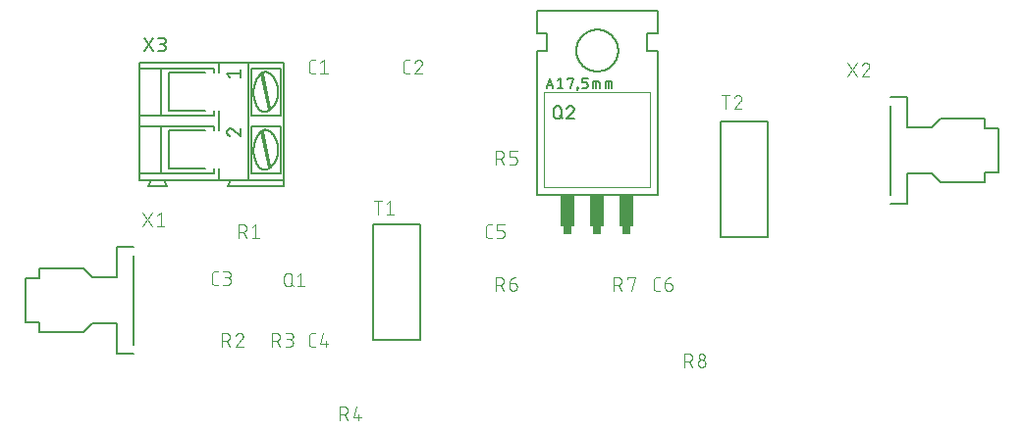
<source format=gbr>
G04 EAGLE Gerber RS-274X export*
G75*
%MOMM*%
%FSLAX34Y34*%
%LPD*%
%INSilkscreen Top*%
%IPPOS*%
%AMOC8*
5,1,8,0,0,1.08239X$1,22.5*%
G01*
%ADD10C,0.101600*%
%ADD11C,0.127000*%
%ADD12C,0.050800*%
%ADD13R,0.762000X0.635000*%
%ADD14R,1.270000X2.794000*%
%ADD15C,0.203200*%
%ADD16C,0.152400*%


D10*
X155561Y333248D02*
X152964Y333248D01*
X152865Y333250D01*
X152765Y333256D01*
X152666Y333265D01*
X152568Y333278D01*
X152470Y333295D01*
X152372Y333316D01*
X152276Y333341D01*
X152181Y333369D01*
X152087Y333401D01*
X151994Y333436D01*
X151902Y333475D01*
X151812Y333518D01*
X151724Y333563D01*
X151637Y333613D01*
X151553Y333665D01*
X151470Y333721D01*
X151390Y333779D01*
X151312Y333841D01*
X151237Y333906D01*
X151164Y333974D01*
X151094Y334044D01*
X151026Y334117D01*
X150961Y334192D01*
X150899Y334270D01*
X150841Y334350D01*
X150785Y334433D01*
X150733Y334517D01*
X150683Y334604D01*
X150638Y334692D01*
X150595Y334782D01*
X150556Y334874D01*
X150521Y334967D01*
X150489Y335061D01*
X150461Y335156D01*
X150436Y335252D01*
X150415Y335350D01*
X150398Y335448D01*
X150385Y335546D01*
X150376Y335645D01*
X150370Y335745D01*
X150368Y335844D01*
X150368Y342336D01*
X150370Y342435D01*
X150376Y342535D01*
X150385Y342634D01*
X150398Y342732D01*
X150415Y342830D01*
X150436Y342928D01*
X150461Y343024D01*
X150489Y343119D01*
X150521Y343213D01*
X150556Y343306D01*
X150595Y343398D01*
X150638Y343488D01*
X150683Y343576D01*
X150733Y343663D01*
X150785Y343747D01*
X150841Y343830D01*
X150899Y343910D01*
X150961Y343988D01*
X151026Y344063D01*
X151094Y344136D01*
X151164Y344206D01*
X151237Y344274D01*
X151312Y344339D01*
X151390Y344401D01*
X151470Y344459D01*
X151553Y344515D01*
X151637Y344567D01*
X151724Y344617D01*
X151812Y344662D01*
X151902Y344705D01*
X151994Y344744D01*
X152086Y344779D01*
X152181Y344811D01*
X152276Y344839D01*
X152372Y344864D01*
X152470Y344885D01*
X152568Y344902D01*
X152666Y344915D01*
X152765Y344924D01*
X152865Y344930D01*
X152964Y344932D01*
X155561Y344932D01*
X159926Y342336D02*
X163172Y344932D01*
X163172Y333248D01*
X166417Y333248D02*
X159926Y333248D01*
X234244Y333248D02*
X236841Y333248D01*
X234244Y333248D02*
X234145Y333250D01*
X234045Y333256D01*
X233946Y333265D01*
X233848Y333278D01*
X233750Y333295D01*
X233652Y333316D01*
X233556Y333341D01*
X233461Y333369D01*
X233367Y333401D01*
X233274Y333436D01*
X233182Y333475D01*
X233092Y333518D01*
X233004Y333563D01*
X232917Y333613D01*
X232833Y333665D01*
X232750Y333721D01*
X232670Y333779D01*
X232592Y333841D01*
X232517Y333906D01*
X232444Y333974D01*
X232374Y334044D01*
X232306Y334117D01*
X232241Y334192D01*
X232179Y334270D01*
X232121Y334350D01*
X232065Y334433D01*
X232013Y334517D01*
X231963Y334604D01*
X231918Y334692D01*
X231875Y334782D01*
X231836Y334874D01*
X231801Y334967D01*
X231769Y335061D01*
X231741Y335156D01*
X231716Y335252D01*
X231695Y335350D01*
X231678Y335448D01*
X231665Y335546D01*
X231656Y335645D01*
X231650Y335745D01*
X231648Y335844D01*
X231648Y342336D01*
X231650Y342435D01*
X231656Y342535D01*
X231665Y342634D01*
X231678Y342732D01*
X231695Y342830D01*
X231716Y342928D01*
X231741Y343024D01*
X231769Y343119D01*
X231801Y343213D01*
X231836Y343306D01*
X231875Y343398D01*
X231918Y343488D01*
X231963Y343576D01*
X232013Y343663D01*
X232065Y343747D01*
X232121Y343830D01*
X232179Y343910D01*
X232241Y343988D01*
X232306Y344063D01*
X232374Y344136D01*
X232444Y344206D01*
X232517Y344274D01*
X232592Y344339D01*
X232670Y344401D01*
X232750Y344459D01*
X232833Y344515D01*
X232917Y344567D01*
X233004Y344617D01*
X233092Y344662D01*
X233182Y344705D01*
X233274Y344744D01*
X233366Y344779D01*
X233461Y344811D01*
X233556Y344839D01*
X233652Y344864D01*
X233750Y344885D01*
X233848Y344902D01*
X233946Y344915D01*
X234045Y344924D01*
X234145Y344930D01*
X234244Y344932D01*
X236841Y344932D01*
X244776Y344932D02*
X244883Y344930D01*
X244989Y344924D01*
X245095Y344914D01*
X245201Y344901D01*
X245307Y344883D01*
X245411Y344862D01*
X245515Y344837D01*
X245618Y344808D01*
X245719Y344776D01*
X245819Y344739D01*
X245918Y344699D01*
X246016Y344656D01*
X246112Y344609D01*
X246206Y344558D01*
X246298Y344504D01*
X246388Y344447D01*
X246476Y344387D01*
X246561Y344323D01*
X246644Y344256D01*
X246725Y344186D01*
X246803Y344114D01*
X246879Y344038D01*
X246951Y343960D01*
X247021Y343879D01*
X247088Y343796D01*
X247152Y343711D01*
X247212Y343623D01*
X247269Y343533D01*
X247323Y343441D01*
X247374Y343347D01*
X247421Y343251D01*
X247464Y343153D01*
X247504Y343054D01*
X247541Y342954D01*
X247573Y342853D01*
X247602Y342750D01*
X247627Y342646D01*
X247648Y342542D01*
X247666Y342436D01*
X247679Y342330D01*
X247689Y342224D01*
X247695Y342118D01*
X247697Y342011D01*
X244776Y344932D02*
X244655Y344930D01*
X244534Y344924D01*
X244414Y344914D01*
X244293Y344901D01*
X244174Y344883D01*
X244054Y344862D01*
X243936Y344837D01*
X243819Y344808D01*
X243702Y344775D01*
X243587Y344739D01*
X243473Y344698D01*
X243360Y344655D01*
X243248Y344607D01*
X243139Y344556D01*
X243031Y344501D01*
X242924Y344443D01*
X242820Y344382D01*
X242718Y344317D01*
X242618Y344249D01*
X242520Y344178D01*
X242424Y344104D01*
X242331Y344027D01*
X242241Y343946D01*
X242153Y343863D01*
X242068Y343777D01*
X241985Y343688D01*
X241906Y343597D01*
X241829Y343503D01*
X241756Y343407D01*
X241686Y343309D01*
X241619Y343208D01*
X241555Y343105D01*
X241495Y343000D01*
X241438Y342893D01*
X241384Y342785D01*
X241334Y342675D01*
X241288Y342563D01*
X241245Y342450D01*
X241206Y342335D01*
X246724Y339739D02*
X246803Y339816D01*
X246879Y339897D01*
X246952Y339980D01*
X247022Y340065D01*
X247089Y340153D01*
X247153Y340243D01*
X247213Y340335D01*
X247270Y340430D01*
X247324Y340526D01*
X247375Y340624D01*
X247422Y340724D01*
X247466Y340826D01*
X247506Y340929D01*
X247542Y341033D01*
X247574Y341139D01*
X247603Y341245D01*
X247628Y341353D01*
X247650Y341461D01*
X247667Y341571D01*
X247681Y341680D01*
X247690Y341790D01*
X247696Y341901D01*
X247698Y342011D01*
X246724Y339739D02*
X241206Y333248D01*
X247697Y333248D01*
X71741Y150368D02*
X69144Y150368D01*
X69045Y150370D01*
X68945Y150376D01*
X68846Y150385D01*
X68748Y150398D01*
X68650Y150415D01*
X68552Y150436D01*
X68456Y150461D01*
X68361Y150489D01*
X68267Y150521D01*
X68174Y150556D01*
X68082Y150595D01*
X67992Y150638D01*
X67904Y150683D01*
X67817Y150733D01*
X67733Y150785D01*
X67650Y150841D01*
X67570Y150899D01*
X67492Y150961D01*
X67417Y151026D01*
X67344Y151094D01*
X67274Y151164D01*
X67206Y151237D01*
X67141Y151312D01*
X67079Y151390D01*
X67021Y151470D01*
X66965Y151553D01*
X66913Y151637D01*
X66863Y151724D01*
X66818Y151812D01*
X66775Y151902D01*
X66736Y151994D01*
X66701Y152087D01*
X66669Y152181D01*
X66641Y152276D01*
X66616Y152372D01*
X66595Y152470D01*
X66578Y152568D01*
X66565Y152666D01*
X66556Y152765D01*
X66550Y152865D01*
X66548Y152964D01*
X66548Y159456D01*
X66550Y159555D01*
X66556Y159655D01*
X66565Y159754D01*
X66578Y159852D01*
X66595Y159950D01*
X66616Y160048D01*
X66641Y160144D01*
X66669Y160239D01*
X66701Y160333D01*
X66736Y160426D01*
X66775Y160518D01*
X66818Y160608D01*
X66863Y160696D01*
X66913Y160783D01*
X66965Y160867D01*
X67021Y160950D01*
X67079Y161030D01*
X67141Y161108D01*
X67206Y161183D01*
X67274Y161256D01*
X67344Y161326D01*
X67417Y161394D01*
X67492Y161459D01*
X67570Y161521D01*
X67650Y161579D01*
X67733Y161635D01*
X67817Y161687D01*
X67904Y161737D01*
X67992Y161782D01*
X68082Y161825D01*
X68174Y161864D01*
X68266Y161899D01*
X68361Y161931D01*
X68456Y161959D01*
X68552Y161984D01*
X68650Y162005D01*
X68748Y162022D01*
X68846Y162035D01*
X68945Y162044D01*
X69045Y162050D01*
X69144Y162052D01*
X71741Y162052D01*
X76106Y150368D02*
X79352Y150368D01*
X79465Y150370D01*
X79578Y150376D01*
X79691Y150386D01*
X79804Y150400D01*
X79916Y150417D01*
X80027Y150439D01*
X80137Y150464D01*
X80247Y150494D01*
X80355Y150527D01*
X80462Y150564D01*
X80568Y150604D01*
X80672Y150649D01*
X80775Y150697D01*
X80876Y150748D01*
X80975Y150803D01*
X81072Y150861D01*
X81167Y150923D01*
X81260Y150988D01*
X81350Y151056D01*
X81438Y151127D01*
X81524Y151202D01*
X81607Y151279D01*
X81687Y151359D01*
X81764Y151442D01*
X81839Y151528D01*
X81910Y151616D01*
X81978Y151706D01*
X82043Y151799D01*
X82105Y151894D01*
X82163Y151991D01*
X82218Y152090D01*
X82269Y152191D01*
X82317Y152294D01*
X82362Y152398D01*
X82402Y152504D01*
X82439Y152611D01*
X82472Y152719D01*
X82502Y152829D01*
X82527Y152939D01*
X82549Y153050D01*
X82566Y153162D01*
X82580Y153275D01*
X82590Y153388D01*
X82596Y153501D01*
X82598Y153614D01*
X82596Y153727D01*
X82590Y153840D01*
X82580Y153953D01*
X82566Y154066D01*
X82549Y154178D01*
X82527Y154289D01*
X82502Y154399D01*
X82472Y154509D01*
X82439Y154617D01*
X82402Y154724D01*
X82362Y154830D01*
X82317Y154934D01*
X82269Y155037D01*
X82218Y155138D01*
X82163Y155237D01*
X82105Y155334D01*
X82043Y155429D01*
X81978Y155522D01*
X81910Y155612D01*
X81839Y155700D01*
X81764Y155786D01*
X81687Y155869D01*
X81607Y155949D01*
X81524Y156026D01*
X81438Y156101D01*
X81350Y156172D01*
X81260Y156240D01*
X81167Y156305D01*
X81072Y156367D01*
X80975Y156425D01*
X80876Y156480D01*
X80775Y156531D01*
X80672Y156579D01*
X80568Y156624D01*
X80462Y156664D01*
X80355Y156701D01*
X80247Y156734D01*
X80137Y156764D01*
X80027Y156789D01*
X79916Y156811D01*
X79804Y156828D01*
X79691Y156842D01*
X79578Y156852D01*
X79465Y156858D01*
X79352Y156860D01*
X80001Y162052D02*
X76106Y162052D01*
X80001Y162052D02*
X80102Y162050D01*
X80202Y162044D01*
X80302Y162034D01*
X80402Y162021D01*
X80501Y162003D01*
X80600Y161982D01*
X80697Y161957D01*
X80794Y161928D01*
X80889Y161895D01*
X80983Y161859D01*
X81075Y161819D01*
X81166Y161776D01*
X81255Y161729D01*
X81342Y161679D01*
X81428Y161625D01*
X81511Y161568D01*
X81591Y161508D01*
X81670Y161445D01*
X81746Y161378D01*
X81819Y161309D01*
X81889Y161237D01*
X81957Y161163D01*
X82022Y161086D01*
X82083Y161006D01*
X82142Y160924D01*
X82197Y160840D01*
X82249Y160754D01*
X82298Y160666D01*
X82343Y160576D01*
X82385Y160484D01*
X82423Y160391D01*
X82457Y160296D01*
X82488Y160201D01*
X82515Y160104D01*
X82538Y160006D01*
X82558Y159907D01*
X82573Y159807D01*
X82585Y159707D01*
X82593Y159607D01*
X82597Y159506D01*
X82597Y159406D01*
X82593Y159305D01*
X82585Y159205D01*
X82573Y159105D01*
X82558Y159005D01*
X82538Y158906D01*
X82515Y158808D01*
X82488Y158711D01*
X82457Y158616D01*
X82423Y158521D01*
X82385Y158428D01*
X82343Y158336D01*
X82298Y158246D01*
X82249Y158158D01*
X82197Y158072D01*
X82142Y157988D01*
X82083Y157906D01*
X82022Y157826D01*
X81957Y157749D01*
X81889Y157675D01*
X81819Y157603D01*
X81746Y157534D01*
X81670Y157467D01*
X81591Y157404D01*
X81511Y157344D01*
X81428Y157287D01*
X81342Y157233D01*
X81255Y157183D01*
X81166Y157136D01*
X81075Y157093D01*
X80983Y157053D01*
X80889Y157017D01*
X80794Y156984D01*
X80697Y156955D01*
X80600Y156930D01*
X80501Y156909D01*
X80402Y156891D01*
X80302Y156878D01*
X80202Y156868D01*
X80102Y156862D01*
X80001Y156860D01*
X80001Y156859D02*
X77404Y156859D01*
X152964Y97028D02*
X155561Y97028D01*
X152964Y97028D02*
X152865Y97030D01*
X152765Y97036D01*
X152666Y97045D01*
X152568Y97058D01*
X152470Y97075D01*
X152372Y97096D01*
X152276Y97121D01*
X152181Y97149D01*
X152087Y97181D01*
X151994Y97216D01*
X151902Y97255D01*
X151812Y97298D01*
X151724Y97343D01*
X151637Y97393D01*
X151553Y97445D01*
X151470Y97501D01*
X151390Y97559D01*
X151312Y97621D01*
X151237Y97686D01*
X151164Y97754D01*
X151094Y97824D01*
X151026Y97897D01*
X150961Y97972D01*
X150899Y98050D01*
X150841Y98130D01*
X150785Y98213D01*
X150733Y98297D01*
X150683Y98384D01*
X150638Y98472D01*
X150595Y98562D01*
X150556Y98654D01*
X150521Y98747D01*
X150489Y98841D01*
X150461Y98936D01*
X150436Y99032D01*
X150415Y99130D01*
X150398Y99228D01*
X150385Y99326D01*
X150376Y99425D01*
X150370Y99525D01*
X150368Y99624D01*
X150368Y106116D01*
X150370Y106215D01*
X150376Y106315D01*
X150385Y106414D01*
X150398Y106512D01*
X150415Y106610D01*
X150436Y106708D01*
X150461Y106804D01*
X150489Y106899D01*
X150521Y106993D01*
X150556Y107086D01*
X150595Y107178D01*
X150638Y107268D01*
X150683Y107356D01*
X150733Y107443D01*
X150785Y107527D01*
X150841Y107610D01*
X150899Y107690D01*
X150961Y107768D01*
X151026Y107843D01*
X151094Y107916D01*
X151164Y107986D01*
X151237Y108054D01*
X151312Y108119D01*
X151390Y108181D01*
X151470Y108239D01*
X151553Y108295D01*
X151637Y108347D01*
X151724Y108397D01*
X151812Y108442D01*
X151902Y108485D01*
X151994Y108524D01*
X152086Y108559D01*
X152181Y108591D01*
X152276Y108619D01*
X152372Y108644D01*
X152470Y108665D01*
X152568Y108682D01*
X152666Y108695D01*
X152765Y108704D01*
X152865Y108710D01*
X152964Y108712D01*
X155561Y108712D01*
X162523Y108712D02*
X159926Y99624D01*
X166417Y99624D01*
X164470Y102221D02*
X164470Y97028D01*
X305364Y191008D02*
X307961Y191008D01*
X305364Y191008D02*
X305265Y191010D01*
X305165Y191016D01*
X305066Y191025D01*
X304968Y191038D01*
X304870Y191055D01*
X304772Y191076D01*
X304676Y191101D01*
X304581Y191129D01*
X304487Y191161D01*
X304394Y191196D01*
X304302Y191235D01*
X304212Y191278D01*
X304124Y191323D01*
X304037Y191373D01*
X303953Y191425D01*
X303870Y191481D01*
X303790Y191539D01*
X303712Y191601D01*
X303637Y191666D01*
X303564Y191734D01*
X303494Y191804D01*
X303426Y191877D01*
X303361Y191952D01*
X303299Y192030D01*
X303241Y192110D01*
X303185Y192193D01*
X303133Y192277D01*
X303083Y192364D01*
X303038Y192452D01*
X302995Y192542D01*
X302956Y192634D01*
X302921Y192727D01*
X302889Y192821D01*
X302861Y192916D01*
X302836Y193012D01*
X302815Y193110D01*
X302798Y193208D01*
X302785Y193306D01*
X302776Y193405D01*
X302770Y193505D01*
X302768Y193604D01*
X302768Y200096D01*
X302770Y200195D01*
X302776Y200295D01*
X302785Y200394D01*
X302798Y200492D01*
X302815Y200590D01*
X302836Y200688D01*
X302861Y200784D01*
X302889Y200879D01*
X302921Y200973D01*
X302956Y201066D01*
X302995Y201158D01*
X303038Y201248D01*
X303083Y201336D01*
X303133Y201423D01*
X303185Y201507D01*
X303241Y201590D01*
X303299Y201670D01*
X303361Y201748D01*
X303426Y201823D01*
X303494Y201896D01*
X303564Y201966D01*
X303637Y202034D01*
X303712Y202099D01*
X303790Y202161D01*
X303870Y202219D01*
X303953Y202275D01*
X304037Y202327D01*
X304124Y202377D01*
X304212Y202422D01*
X304302Y202465D01*
X304394Y202504D01*
X304486Y202539D01*
X304581Y202571D01*
X304676Y202599D01*
X304772Y202624D01*
X304870Y202645D01*
X304968Y202662D01*
X305066Y202675D01*
X305165Y202684D01*
X305265Y202690D01*
X305364Y202692D01*
X307961Y202692D01*
X312326Y191008D02*
X316221Y191008D01*
X316320Y191010D01*
X316420Y191016D01*
X316519Y191025D01*
X316617Y191038D01*
X316715Y191055D01*
X316813Y191076D01*
X316909Y191101D01*
X317004Y191129D01*
X317098Y191161D01*
X317191Y191196D01*
X317283Y191235D01*
X317373Y191278D01*
X317461Y191323D01*
X317548Y191373D01*
X317632Y191425D01*
X317715Y191481D01*
X317795Y191539D01*
X317873Y191601D01*
X317948Y191666D01*
X318021Y191734D01*
X318091Y191804D01*
X318159Y191877D01*
X318224Y191952D01*
X318286Y192030D01*
X318344Y192110D01*
X318400Y192193D01*
X318452Y192277D01*
X318502Y192364D01*
X318547Y192452D01*
X318590Y192542D01*
X318629Y192634D01*
X318664Y192727D01*
X318696Y192821D01*
X318724Y192916D01*
X318749Y193012D01*
X318770Y193110D01*
X318787Y193208D01*
X318800Y193306D01*
X318809Y193405D01*
X318815Y193505D01*
X318817Y193604D01*
X318817Y194903D01*
X318815Y195002D01*
X318809Y195102D01*
X318800Y195201D01*
X318787Y195299D01*
X318770Y195397D01*
X318749Y195495D01*
X318724Y195591D01*
X318696Y195686D01*
X318664Y195780D01*
X318629Y195873D01*
X318590Y195965D01*
X318547Y196055D01*
X318502Y196143D01*
X318452Y196230D01*
X318400Y196314D01*
X318344Y196397D01*
X318286Y196477D01*
X318224Y196555D01*
X318159Y196630D01*
X318091Y196703D01*
X318021Y196773D01*
X317948Y196841D01*
X317873Y196906D01*
X317795Y196968D01*
X317715Y197026D01*
X317632Y197082D01*
X317548Y197134D01*
X317461Y197184D01*
X317373Y197229D01*
X317283Y197272D01*
X317191Y197311D01*
X317098Y197346D01*
X317004Y197378D01*
X316909Y197406D01*
X316813Y197431D01*
X316715Y197452D01*
X316617Y197469D01*
X316519Y197482D01*
X316420Y197491D01*
X316320Y197497D01*
X316221Y197499D01*
X312326Y197499D01*
X312326Y202692D01*
X318817Y202692D01*
X450144Y145288D02*
X452741Y145288D01*
X450144Y145288D02*
X450045Y145290D01*
X449945Y145296D01*
X449846Y145305D01*
X449748Y145318D01*
X449650Y145335D01*
X449552Y145356D01*
X449456Y145381D01*
X449361Y145409D01*
X449267Y145441D01*
X449174Y145476D01*
X449082Y145515D01*
X448992Y145558D01*
X448904Y145603D01*
X448817Y145653D01*
X448733Y145705D01*
X448650Y145761D01*
X448570Y145819D01*
X448492Y145881D01*
X448417Y145946D01*
X448344Y146014D01*
X448274Y146084D01*
X448206Y146157D01*
X448141Y146232D01*
X448079Y146310D01*
X448021Y146390D01*
X447965Y146473D01*
X447913Y146557D01*
X447863Y146644D01*
X447818Y146732D01*
X447775Y146822D01*
X447736Y146914D01*
X447701Y147007D01*
X447669Y147101D01*
X447641Y147196D01*
X447616Y147292D01*
X447595Y147390D01*
X447578Y147488D01*
X447565Y147586D01*
X447556Y147685D01*
X447550Y147785D01*
X447548Y147884D01*
X447548Y154376D01*
X447550Y154475D01*
X447556Y154575D01*
X447565Y154674D01*
X447578Y154772D01*
X447595Y154870D01*
X447616Y154968D01*
X447641Y155064D01*
X447669Y155159D01*
X447701Y155253D01*
X447736Y155346D01*
X447775Y155438D01*
X447818Y155528D01*
X447863Y155616D01*
X447913Y155703D01*
X447965Y155787D01*
X448021Y155870D01*
X448079Y155950D01*
X448141Y156028D01*
X448206Y156103D01*
X448274Y156176D01*
X448344Y156246D01*
X448417Y156314D01*
X448492Y156379D01*
X448570Y156441D01*
X448650Y156499D01*
X448733Y156555D01*
X448817Y156607D01*
X448904Y156657D01*
X448992Y156702D01*
X449082Y156745D01*
X449174Y156784D01*
X449266Y156819D01*
X449361Y156851D01*
X449456Y156879D01*
X449552Y156904D01*
X449650Y156925D01*
X449748Y156942D01*
X449846Y156955D01*
X449945Y156964D01*
X450045Y156970D01*
X450144Y156972D01*
X452741Y156972D01*
X457106Y151779D02*
X461001Y151779D01*
X461100Y151777D01*
X461200Y151771D01*
X461299Y151762D01*
X461397Y151749D01*
X461495Y151732D01*
X461593Y151711D01*
X461689Y151686D01*
X461784Y151658D01*
X461878Y151626D01*
X461971Y151591D01*
X462063Y151552D01*
X462153Y151509D01*
X462241Y151464D01*
X462328Y151414D01*
X462412Y151362D01*
X462495Y151306D01*
X462575Y151248D01*
X462653Y151186D01*
X462728Y151121D01*
X462801Y151053D01*
X462871Y150983D01*
X462939Y150910D01*
X463004Y150835D01*
X463066Y150757D01*
X463124Y150677D01*
X463180Y150594D01*
X463232Y150510D01*
X463282Y150423D01*
X463327Y150335D01*
X463370Y150245D01*
X463409Y150153D01*
X463444Y150060D01*
X463476Y149966D01*
X463504Y149871D01*
X463529Y149775D01*
X463550Y149677D01*
X463567Y149579D01*
X463580Y149481D01*
X463589Y149382D01*
X463595Y149282D01*
X463597Y149183D01*
X463597Y148534D01*
X463598Y148534D02*
X463596Y148421D01*
X463590Y148308D01*
X463580Y148195D01*
X463566Y148082D01*
X463549Y147970D01*
X463527Y147859D01*
X463502Y147749D01*
X463472Y147639D01*
X463439Y147531D01*
X463402Y147424D01*
X463362Y147318D01*
X463317Y147214D01*
X463269Y147111D01*
X463218Y147010D01*
X463163Y146911D01*
X463105Y146814D01*
X463043Y146719D01*
X462978Y146626D01*
X462910Y146536D01*
X462839Y146448D01*
X462764Y146362D01*
X462687Y146279D01*
X462607Y146199D01*
X462524Y146122D01*
X462438Y146047D01*
X462350Y145976D01*
X462260Y145908D01*
X462167Y145843D01*
X462072Y145781D01*
X461975Y145723D01*
X461876Y145668D01*
X461775Y145617D01*
X461672Y145569D01*
X461568Y145524D01*
X461462Y145484D01*
X461355Y145447D01*
X461247Y145414D01*
X461137Y145384D01*
X461027Y145359D01*
X460916Y145337D01*
X460804Y145320D01*
X460691Y145306D01*
X460578Y145296D01*
X460465Y145290D01*
X460352Y145288D01*
X460239Y145290D01*
X460126Y145296D01*
X460013Y145306D01*
X459900Y145320D01*
X459788Y145337D01*
X459677Y145359D01*
X459567Y145384D01*
X459457Y145414D01*
X459349Y145447D01*
X459242Y145484D01*
X459136Y145524D01*
X459032Y145569D01*
X458929Y145617D01*
X458828Y145668D01*
X458729Y145723D01*
X458632Y145781D01*
X458537Y145843D01*
X458444Y145908D01*
X458354Y145976D01*
X458266Y146047D01*
X458180Y146122D01*
X458097Y146199D01*
X458017Y146279D01*
X457940Y146362D01*
X457865Y146448D01*
X457794Y146536D01*
X457726Y146626D01*
X457661Y146719D01*
X457599Y146814D01*
X457541Y146911D01*
X457486Y147010D01*
X457435Y147111D01*
X457387Y147214D01*
X457342Y147318D01*
X457302Y147424D01*
X457265Y147531D01*
X457232Y147639D01*
X457202Y147749D01*
X457177Y147859D01*
X457155Y147970D01*
X457138Y148082D01*
X457124Y148195D01*
X457114Y148308D01*
X457108Y148421D01*
X457106Y148534D01*
X457106Y151779D01*
X457108Y151922D01*
X457114Y152065D01*
X457124Y152208D01*
X457138Y152350D01*
X457155Y152492D01*
X457177Y152634D01*
X457202Y152775D01*
X457232Y152915D01*
X457265Y153054D01*
X457302Y153192D01*
X457343Y153329D01*
X457387Y153465D01*
X457436Y153600D01*
X457488Y153733D01*
X457543Y153865D01*
X457603Y153995D01*
X457666Y154124D01*
X457732Y154251D01*
X457802Y154375D01*
X457875Y154498D01*
X457952Y154619D01*
X458032Y154738D01*
X458115Y154854D01*
X458201Y154969D01*
X458290Y155080D01*
X458383Y155190D01*
X458478Y155296D01*
X458577Y155400D01*
X458678Y155501D01*
X458782Y155600D01*
X458888Y155695D01*
X458998Y155788D01*
X459109Y155877D01*
X459224Y155963D01*
X459340Y156046D01*
X459459Y156126D01*
X459580Y156203D01*
X459702Y156276D01*
X459827Y156346D01*
X459954Y156412D01*
X460083Y156475D01*
X460213Y156535D01*
X460345Y156590D01*
X460478Y156642D01*
X460613Y156691D01*
X460749Y156735D01*
X460886Y156776D01*
X461024Y156813D01*
X461163Y156846D01*
X461303Y156876D01*
X461444Y156901D01*
X461586Y156923D01*
X461728Y156940D01*
X461870Y156954D01*
X462013Y156964D01*
X462156Y156970D01*
X462299Y156972D01*
X128778Y157536D02*
X128778Y152344D01*
X128778Y157536D02*
X128780Y157649D01*
X128786Y157762D01*
X128796Y157875D01*
X128810Y157988D01*
X128827Y158100D01*
X128849Y158211D01*
X128874Y158321D01*
X128904Y158431D01*
X128937Y158539D01*
X128974Y158646D01*
X129014Y158752D01*
X129059Y158856D01*
X129107Y158959D01*
X129158Y159060D01*
X129213Y159159D01*
X129271Y159256D01*
X129333Y159351D01*
X129398Y159444D01*
X129466Y159534D01*
X129537Y159622D01*
X129612Y159708D01*
X129689Y159791D01*
X129769Y159871D01*
X129852Y159948D01*
X129938Y160023D01*
X130026Y160094D01*
X130116Y160162D01*
X130209Y160227D01*
X130304Y160289D01*
X130401Y160347D01*
X130500Y160402D01*
X130601Y160453D01*
X130704Y160501D01*
X130808Y160546D01*
X130914Y160586D01*
X131021Y160623D01*
X131129Y160656D01*
X131239Y160686D01*
X131349Y160711D01*
X131460Y160733D01*
X131572Y160750D01*
X131685Y160764D01*
X131798Y160774D01*
X131911Y160780D01*
X132024Y160782D01*
X132137Y160780D01*
X132250Y160774D01*
X132363Y160764D01*
X132476Y160750D01*
X132588Y160733D01*
X132699Y160711D01*
X132809Y160686D01*
X132919Y160656D01*
X133027Y160623D01*
X133134Y160586D01*
X133240Y160546D01*
X133344Y160501D01*
X133447Y160453D01*
X133548Y160402D01*
X133647Y160347D01*
X133744Y160289D01*
X133839Y160227D01*
X133932Y160162D01*
X134022Y160094D01*
X134110Y160023D01*
X134196Y159948D01*
X134279Y159871D01*
X134359Y159791D01*
X134436Y159708D01*
X134511Y159622D01*
X134582Y159534D01*
X134650Y159444D01*
X134715Y159351D01*
X134777Y159256D01*
X134835Y159159D01*
X134890Y159060D01*
X134941Y158959D01*
X134989Y158856D01*
X135034Y158752D01*
X135074Y158646D01*
X135111Y158539D01*
X135144Y158431D01*
X135174Y158321D01*
X135199Y158211D01*
X135221Y158100D01*
X135238Y157988D01*
X135252Y157875D01*
X135262Y157762D01*
X135268Y157649D01*
X135270Y157536D01*
X135269Y157536D02*
X135269Y152344D01*
X135270Y152344D02*
X135268Y152231D01*
X135262Y152118D01*
X135252Y152005D01*
X135238Y151892D01*
X135221Y151780D01*
X135199Y151669D01*
X135174Y151559D01*
X135144Y151449D01*
X135111Y151341D01*
X135074Y151234D01*
X135034Y151128D01*
X134989Y151024D01*
X134941Y150921D01*
X134890Y150820D01*
X134835Y150721D01*
X134777Y150624D01*
X134715Y150529D01*
X134650Y150436D01*
X134582Y150346D01*
X134511Y150258D01*
X134436Y150172D01*
X134359Y150089D01*
X134279Y150009D01*
X134196Y149932D01*
X134110Y149857D01*
X134022Y149786D01*
X133932Y149718D01*
X133839Y149653D01*
X133744Y149591D01*
X133647Y149533D01*
X133548Y149478D01*
X133447Y149427D01*
X133344Y149379D01*
X133240Y149334D01*
X133134Y149294D01*
X133027Y149257D01*
X132919Y149224D01*
X132809Y149194D01*
X132699Y149169D01*
X132588Y149147D01*
X132476Y149130D01*
X132363Y149116D01*
X132250Y149106D01*
X132137Y149100D01*
X132024Y149098D01*
X131911Y149100D01*
X131798Y149106D01*
X131685Y149116D01*
X131572Y149130D01*
X131460Y149147D01*
X131349Y149169D01*
X131239Y149194D01*
X131129Y149224D01*
X131021Y149257D01*
X130914Y149294D01*
X130808Y149334D01*
X130704Y149379D01*
X130601Y149427D01*
X130500Y149478D01*
X130401Y149533D01*
X130304Y149591D01*
X130209Y149653D01*
X130116Y149718D01*
X130026Y149786D01*
X129938Y149857D01*
X129852Y149932D01*
X129769Y150009D01*
X129689Y150089D01*
X129612Y150172D01*
X129537Y150258D01*
X129466Y150346D01*
X129398Y150436D01*
X129333Y150529D01*
X129271Y150624D01*
X129213Y150721D01*
X129158Y150820D01*
X129107Y150921D01*
X129059Y151024D01*
X129014Y151128D01*
X128974Y151234D01*
X128937Y151341D01*
X128904Y151449D01*
X128874Y151559D01*
X128849Y151669D01*
X128827Y151780D01*
X128810Y151892D01*
X128796Y152005D01*
X128786Y152118D01*
X128780Y152231D01*
X128778Y152344D01*
X133971Y151694D02*
X136567Y149098D01*
X139922Y158186D02*
X143167Y160782D01*
X143167Y149098D01*
X139922Y149098D02*
X146413Y149098D01*
D11*
X346710Y228600D02*
X450850Y228600D01*
X450850Y387350D02*
X346710Y387350D01*
X450850Y353060D02*
X450850Y228600D01*
X450850Y353060D02*
X441960Y353060D01*
X441960Y368300D01*
X450850Y368300D01*
X450850Y387350D01*
X346710Y353060D02*
X346710Y228600D01*
X346710Y353060D02*
X355600Y353060D01*
X355600Y368300D01*
X346710Y368300D01*
X346710Y387350D01*
D12*
X353060Y234950D02*
X444500Y234950D01*
X444500Y317500D01*
X353060Y317500D01*
X353060Y234950D01*
D11*
X380746Y353060D02*
X380751Y353503D01*
X380768Y353945D01*
X380795Y354387D01*
X380833Y354828D01*
X380882Y355268D01*
X380941Y355706D01*
X381012Y356143D01*
X381093Y356578D01*
X381184Y357011D01*
X381286Y357442D01*
X381399Y357870D01*
X381523Y358295D01*
X381656Y358717D01*
X381800Y359135D01*
X381954Y359550D01*
X382119Y359961D01*
X382293Y360368D01*
X382477Y360771D01*
X382672Y361168D01*
X382875Y361561D01*
X383089Y361949D01*
X383312Y362331D01*
X383544Y362708D01*
X383785Y363079D01*
X384036Y363444D01*
X384295Y363803D01*
X384563Y364155D01*
X384840Y364501D01*
X385124Y364839D01*
X385418Y365171D01*
X385719Y365495D01*
X386028Y365812D01*
X386345Y366121D01*
X386669Y366422D01*
X387001Y366716D01*
X387339Y367000D01*
X387685Y367277D01*
X388037Y367545D01*
X388396Y367804D01*
X388761Y368055D01*
X389132Y368296D01*
X389509Y368528D01*
X389891Y368751D01*
X390279Y368965D01*
X390672Y369168D01*
X391069Y369363D01*
X391472Y369547D01*
X391879Y369721D01*
X392290Y369886D01*
X392705Y370040D01*
X393123Y370184D01*
X393545Y370317D01*
X393970Y370441D01*
X394398Y370554D01*
X394829Y370656D01*
X395262Y370747D01*
X395697Y370828D01*
X396134Y370899D01*
X396572Y370958D01*
X397012Y371007D01*
X397453Y371045D01*
X397895Y371072D01*
X398337Y371089D01*
X398780Y371094D01*
X399223Y371089D01*
X399665Y371072D01*
X400107Y371045D01*
X400548Y371007D01*
X400988Y370958D01*
X401426Y370899D01*
X401863Y370828D01*
X402298Y370747D01*
X402731Y370656D01*
X403162Y370554D01*
X403590Y370441D01*
X404015Y370317D01*
X404437Y370184D01*
X404855Y370040D01*
X405270Y369886D01*
X405681Y369721D01*
X406088Y369547D01*
X406491Y369363D01*
X406888Y369168D01*
X407281Y368965D01*
X407669Y368751D01*
X408051Y368528D01*
X408428Y368296D01*
X408799Y368055D01*
X409164Y367804D01*
X409523Y367545D01*
X409875Y367277D01*
X410221Y367000D01*
X410559Y366716D01*
X410891Y366422D01*
X411215Y366121D01*
X411532Y365812D01*
X411841Y365495D01*
X412142Y365171D01*
X412436Y364839D01*
X412720Y364501D01*
X412997Y364155D01*
X413265Y363803D01*
X413524Y363444D01*
X413775Y363079D01*
X414016Y362708D01*
X414248Y362331D01*
X414471Y361949D01*
X414685Y361561D01*
X414888Y361168D01*
X415083Y360771D01*
X415267Y360368D01*
X415441Y359961D01*
X415606Y359550D01*
X415760Y359135D01*
X415904Y358717D01*
X416037Y358295D01*
X416161Y357870D01*
X416274Y357442D01*
X416376Y357011D01*
X416467Y356578D01*
X416548Y356143D01*
X416619Y355706D01*
X416678Y355268D01*
X416727Y354828D01*
X416765Y354387D01*
X416792Y353945D01*
X416809Y353503D01*
X416814Y353060D01*
X416809Y352617D01*
X416792Y352175D01*
X416765Y351733D01*
X416727Y351292D01*
X416678Y350852D01*
X416619Y350414D01*
X416548Y349977D01*
X416467Y349542D01*
X416376Y349109D01*
X416274Y348678D01*
X416161Y348250D01*
X416037Y347825D01*
X415904Y347403D01*
X415760Y346985D01*
X415606Y346570D01*
X415441Y346159D01*
X415267Y345752D01*
X415083Y345349D01*
X414888Y344952D01*
X414685Y344559D01*
X414471Y344171D01*
X414248Y343789D01*
X414016Y343412D01*
X413775Y343041D01*
X413524Y342676D01*
X413265Y342317D01*
X412997Y341965D01*
X412720Y341619D01*
X412436Y341281D01*
X412142Y340949D01*
X411841Y340625D01*
X411532Y340308D01*
X411215Y339999D01*
X410891Y339698D01*
X410559Y339404D01*
X410221Y339120D01*
X409875Y338843D01*
X409523Y338575D01*
X409164Y338316D01*
X408799Y338065D01*
X408428Y337824D01*
X408051Y337592D01*
X407669Y337369D01*
X407281Y337155D01*
X406888Y336952D01*
X406491Y336757D01*
X406088Y336573D01*
X405681Y336399D01*
X405270Y336234D01*
X404855Y336080D01*
X404437Y335936D01*
X404015Y335803D01*
X403590Y335679D01*
X403162Y335566D01*
X402731Y335464D01*
X402298Y335373D01*
X401863Y335292D01*
X401426Y335221D01*
X400988Y335162D01*
X400548Y335113D01*
X400107Y335075D01*
X399665Y335048D01*
X399223Y335031D01*
X398780Y335026D01*
X398337Y335031D01*
X397895Y335048D01*
X397453Y335075D01*
X397012Y335113D01*
X396572Y335162D01*
X396134Y335221D01*
X395697Y335292D01*
X395262Y335373D01*
X394829Y335464D01*
X394398Y335566D01*
X393970Y335679D01*
X393545Y335803D01*
X393123Y335936D01*
X392705Y336080D01*
X392290Y336234D01*
X391879Y336399D01*
X391472Y336573D01*
X391069Y336757D01*
X390672Y336952D01*
X390279Y337155D01*
X389891Y337369D01*
X389509Y337592D01*
X389132Y337824D01*
X388761Y338065D01*
X388396Y338316D01*
X388037Y338575D01*
X387685Y338843D01*
X387339Y339120D01*
X387001Y339404D01*
X386669Y339698D01*
X386345Y339999D01*
X386028Y340308D01*
X385719Y340625D01*
X385418Y340949D01*
X385124Y341281D01*
X384840Y341619D01*
X384563Y341965D01*
X384295Y342317D01*
X384036Y342676D01*
X383785Y343041D01*
X383544Y343412D01*
X383312Y343789D01*
X383089Y344171D01*
X382875Y344559D01*
X382672Y344952D01*
X382477Y345349D01*
X382293Y345752D01*
X382119Y346159D01*
X381954Y346570D01*
X381800Y346985D01*
X381656Y347403D01*
X381523Y347825D01*
X381399Y348250D01*
X381286Y348678D01*
X381184Y349109D01*
X381093Y349542D01*
X381012Y349977D01*
X380941Y350414D01*
X380882Y350852D01*
X380833Y351292D01*
X380795Y351733D01*
X380768Y352175D01*
X380751Y352617D01*
X380746Y353060D01*
X357844Y329311D02*
X354965Y320675D01*
X360722Y320675D02*
X357844Y329311D01*
X360003Y322834D02*
X355685Y322834D01*
X364360Y327392D02*
X366759Y329311D01*
X366759Y320675D01*
X364360Y320675D02*
X369158Y320675D01*
X373276Y328351D02*
X373276Y329311D01*
X378073Y329311D01*
X375674Y320675D01*
X381631Y320675D02*
X382111Y320675D01*
X381631Y320675D02*
X381631Y321155D01*
X382111Y321155D01*
X382111Y320675D01*
X381392Y318756D01*
X385757Y320675D02*
X388636Y320675D01*
X388722Y320677D01*
X388808Y320683D01*
X388894Y320692D01*
X388979Y320706D01*
X389063Y320723D01*
X389147Y320744D01*
X389229Y320769D01*
X389310Y320797D01*
X389390Y320829D01*
X389469Y320865D01*
X389545Y320904D01*
X389620Y320947D01*
X389693Y320992D01*
X389764Y321042D01*
X389832Y321094D01*
X389899Y321149D01*
X389962Y321207D01*
X390023Y321268D01*
X390081Y321331D01*
X390136Y321398D01*
X390189Y321466D01*
X390238Y321537D01*
X390283Y321610D01*
X390326Y321685D01*
X390365Y321761D01*
X390401Y321840D01*
X390433Y321920D01*
X390461Y322001D01*
X390486Y322084D01*
X390507Y322167D01*
X390524Y322251D01*
X390538Y322336D01*
X390547Y322422D01*
X390553Y322508D01*
X390555Y322594D01*
X390555Y323554D01*
X390553Y323640D01*
X390547Y323726D01*
X390538Y323812D01*
X390524Y323897D01*
X390507Y323981D01*
X390486Y324065D01*
X390461Y324147D01*
X390433Y324228D01*
X390401Y324308D01*
X390365Y324387D01*
X390326Y324463D01*
X390283Y324538D01*
X390238Y324611D01*
X390189Y324682D01*
X390136Y324750D01*
X390081Y324817D01*
X390023Y324880D01*
X389962Y324941D01*
X389899Y324999D01*
X389832Y325054D01*
X389764Y325107D01*
X389693Y325156D01*
X389620Y325201D01*
X389545Y325244D01*
X389469Y325283D01*
X389390Y325319D01*
X389310Y325351D01*
X389229Y325379D01*
X389147Y325404D01*
X389063Y325425D01*
X388979Y325442D01*
X388894Y325456D01*
X388808Y325465D01*
X388722Y325471D01*
X388636Y325473D01*
X385757Y325473D01*
X385757Y329311D01*
X390555Y329311D01*
X395084Y326432D02*
X395084Y320675D01*
X395084Y326432D02*
X399402Y326432D01*
X399477Y326430D01*
X399552Y326424D01*
X399627Y326414D01*
X399701Y326401D01*
X399774Y326383D01*
X399847Y326362D01*
X399918Y326336D01*
X399987Y326308D01*
X400055Y326275D01*
X400122Y326239D01*
X400186Y326200D01*
X400248Y326157D01*
X400308Y326111D01*
X400365Y326062D01*
X400420Y326011D01*
X400471Y325956D01*
X400520Y325899D01*
X400566Y325839D01*
X400609Y325777D01*
X400648Y325713D01*
X400684Y325646D01*
X400717Y325578D01*
X400745Y325509D01*
X400771Y325438D01*
X400792Y325365D01*
X400810Y325292D01*
X400823Y325218D01*
X400833Y325143D01*
X400839Y325068D01*
X400841Y324993D01*
X400841Y320675D01*
X397963Y320675D02*
X397963Y326432D01*
X405783Y326432D02*
X405783Y320675D01*
X405783Y326432D02*
X410101Y326432D01*
X410176Y326430D01*
X410251Y326424D01*
X410326Y326414D01*
X410400Y326401D01*
X410473Y326383D01*
X410546Y326362D01*
X410617Y326336D01*
X410686Y326308D01*
X410754Y326275D01*
X410821Y326239D01*
X410885Y326200D01*
X410947Y326157D01*
X411007Y326111D01*
X411064Y326062D01*
X411119Y326011D01*
X411170Y325956D01*
X411219Y325899D01*
X411265Y325839D01*
X411308Y325777D01*
X411347Y325713D01*
X411383Y325646D01*
X411416Y325578D01*
X411444Y325509D01*
X411470Y325438D01*
X411491Y325365D01*
X411509Y325292D01*
X411522Y325218D01*
X411532Y325143D01*
X411538Y325068D01*
X411540Y324993D01*
X411540Y320675D01*
X408661Y320675D02*
X408661Y326432D01*
D13*
X424180Y197485D03*
X398780Y197485D03*
X373380Y197485D03*
D14*
X373380Y214630D03*
X398780Y214630D03*
X424180Y214630D03*
D11*
X361315Y297180D02*
X361315Y302260D01*
X361317Y302371D01*
X361323Y302481D01*
X361332Y302592D01*
X361346Y302702D01*
X361363Y302811D01*
X361384Y302920D01*
X361409Y303028D01*
X361438Y303135D01*
X361470Y303241D01*
X361506Y303346D01*
X361546Y303449D01*
X361589Y303551D01*
X361636Y303652D01*
X361687Y303751D01*
X361740Y303848D01*
X361797Y303942D01*
X361858Y304035D01*
X361921Y304126D01*
X361988Y304215D01*
X362058Y304301D01*
X362131Y304384D01*
X362206Y304466D01*
X362284Y304544D01*
X362366Y304619D01*
X362449Y304692D01*
X362535Y304762D01*
X362624Y304829D01*
X362715Y304892D01*
X362808Y304953D01*
X362903Y305010D01*
X362999Y305063D01*
X363098Y305114D01*
X363199Y305161D01*
X363301Y305204D01*
X363404Y305244D01*
X363509Y305280D01*
X363615Y305312D01*
X363722Y305341D01*
X363830Y305366D01*
X363939Y305387D01*
X364048Y305404D01*
X364158Y305418D01*
X364269Y305427D01*
X364379Y305433D01*
X364490Y305435D01*
X364601Y305433D01*
X364711Y305427D01*
X364822Y305418D01*
X364932Y305404D01*
X365041Y305387D01*
X365150Y305366D01*
X365258Y305341D01*
X365365Y305312D01*
X365471Y305280D01*
X365576Y305244D01*
X365679Y305204D01*
X365781Y305161D01*
X365882Y305114D01*
X365981Y305063D01*
X366078Y305010D01*
X366172Y304953D01*
X366265Y304892D01*
X366356Y304829D01*
X366445Y304762D01*
X366531Y304692D01*
X366614Y304619D01*
X366696Y304544D01*
X366774Y304466D01*
X366849Y304384D01*
X366922Y304301D01*
X366992Y304215D01*
X367059Y304126D01*
X367122Y304035D01*
X367183Y303942D01*
X367240Y303848D01*
X367293Y303751D01*
X367344Y303652D01*
X367391Y303551D01*
X367434Y303449D01*
X367474Y303346D01*
X367510Y303241D01*
X367542Y303135D01*
X367571Y303028D01*
X367596Y302920D01*
X367617Y302811D01*
X367634Y302702D01*
X367648Y302592D01*
X367657Y302481D01*
X367663Y302371D01*
X367665Y302260D01*
X367665Y297180D01*
X367663Y297069D01*
X367657Y296959D01*
X367648Y296848D01*
X367634Y296738D01*
X367617Y296629D01*
X367596Y296520D01*
X367571Y296412D01*
X367542Y296305D01*
X367510Y296199D01*
X367474Y296094D01*
X367434Y295991D01*
X367391Y295889D01*
X367344Y295788D01*
X367293Y295689D01*
X367240Y295592D01*
X367183Y295498D01*
X367122Y295405D01*
X367059Y295314D01*
X366992Y295225D01*
X366922Y295139D01*
X366849Y295056D01*
X366774Y294974D01*
X366696Y294896D01*
X366614Y294821D01*
X366531Y294748D01*
X366445Y294678D01*
X366356Y294611D01*
X366265Y294548D01*
X366172Y294487D01*
X366077Y294430D01*
X365981Y294377D01*
X365882Y294326D01*
X365781Y294279D01*
X365679Y294236D01*
X365576Y294196D01*
X365471Y294160D01*
X365365Y294128D01*
X365258Y294099D01*
X365150Y294074D01*
X365041Y294053D01*
X364932Y294036D01*
X364822Y294022D01*
X364711Y294013D01*
X364601Y294007D01*
X364490Y294005D01*
X364379Y294007D01*
X364269Y294013D01*
X364158Y294022D01*
X364048Y294036D01*
X363939Y294053D01*
X363830Y294074D01*
X363722Y294099D01*
X363615Y294128D01*
X363509Y294160D01*
X363404Y294196D01*
X363301Y294236D01*
X363199Y294279D01*
X363098Y294326D01*
X362999Y294377D01*
X362903Y294430D01*
X362808Y294487D01*
X362715Y294548D01*
X362624Y294611D01*
X362535Y294678D01*
X362449Y294748D01*
X362366Y294821D01*
X362284Y294896D01*
X362206Y294974D01*
X362131Y295056D01*
X362058Y295139D01*
X361988Y295225D01*
X361921Y295314D01*
X361858Y295405D01*
X361797Y295498D01*
X361740Y295593D01*
X361687Y295689D01*
X361636Y295788D01*
X361589Y295889D01*
X361546Y295991D01*
X361506Y296094D01*
X361470Y296199D01*
X361438Y296305D01*
X361409Y296412D01*
X361384Y296520D01*
X361363Y296629D01*
X361346Y296738D01*
X361332Y296848D01*
X361323Y296959D01*
X361317Y297069D01*
X361315Y297180D01*
X366395Y296545D02*
X368935Y294005D01*
X378726Y302578D02*
X378724Y302682D01*
X378718Y302787D01*
X378709Y302891D01*
X378696Y302994D01*
X378678Y303097D01*
X378658Y303199D01*
X378633Y303301D01*
X378605Y303401D01*
X378573Y303501D01*
X378537Y303599D01*
X378498Y303696D01*
X378456Y303791D01*
X378410Y303885D01*
X378360Y303977D01*
X378308Y304067D01*
X378252Y304155D01*
X378192Y304241D01*
X378130Y304325D01*
X378065Y304406D01*
X377997Y304485D01*
X377925Y304562D01*
X377852Y304635D01*
X377775Y304707D01*
X377696Y304775D01*
X377615Y304840D01*
X377531Y304902D01*
X377445Y304962D01*
X377357Y305018D01*
X377267Y305070D01*
X377175Y305120D01*
X377081Y305166D01*
X376986Y305208D01*
X376889Y305247D01*
X376791Y305283D01*
X376691Y305315D01*
X376591Y305343D01*
X376489Y305368D01*
X376387Y305388D01*
X376284Y305406D01*
X376181Y305419D01*
X376077Y305428D01*
X375972Y305434D01*
X375868Y305436D01*
X375868Y305435D02*
X375750Y305433D01*
X375631Y305427D01*
X375513Y305418D01*
X375396Y305405D01*
X375279Y305387D01*
X375162Y305367D01*
X375046Y305342D01*
X374931Y305314D01*
X374818Y305281D01*
X374705Y305246D01*
X374593Y305206D01*
X374483Y305164D01*
X374374Y305117D01*
X374266Y305067D01*
X374161Y305014D01*
X374057Y304957D01*
X373955Y304897D01*
X373855Y304834D01*
X373757Y304767D01*
X373661Y304698D01*
X373568Y304625D01*
X373477Y304549D01*
X373388Y304471D01*
X373302Y304389D01*
X373219Y304305D01*
X373138Y304219D01*
X373061Y304129D01*
X372986Y304038D01*
X372914Y303944D01*
X372845Y303847D01*
X372780Y303749D01*
X372717Y303648D01*
X372658Y303545D01*
X372602Y303441D01*
X372550Y303335D01*
X372501Y303227D01*
X372456Y303118D01*
X372414Y303007D01*
X372376Y302895D01*
X377773Y300356D02*
X377849Y300431D01*
X377924Y300510D01*
X377995Y300591D01*
X378064Y300675D01*
X378129Y300761D01*
X378191Y300849D01*
X378251Y300939D01*
X378307Y301031D01*
X378360Y301126D01*
X378409Y301222D01*
X378455Y301320D01*
X378498Y301419D01*
X378537Y301520D01*
X378572Y301622D01*
X378604Y301725D01*
X378632Y301829D01*
X378657Y301934D01*
X378678Y302041D01*
X378695Y302147D01*
X378708Y302254D01*
X378717Y302362D01*
X378723Y302470D01*
X378725Y302578D01*
X377773Y300355D02*
X372376Y294005D01*
X378726Y294005D01*
D10*
X89595Y202692D02*
X89595Y191008D01*
X89595Y202692D02*
X92840Y202692D01*
X92953Y202690D01*
X93066Y202684D01*
X93179Y202674D01*
X93292Y202660D01*
X93404Y202643D01*
X93515Y202621D01*
X93625Y202596D01*
X93735Y202566D01*
X93843Y202533D01*
X93950Y202496D01*
X94056Y202456D01*
X94160Y202411D01*
X94263Y202363D01*
X94364Y202312D01*
X94463Y202257D01*
X94560Y202199D01*
X94655Y202137D01*
X94748Y202072D01*
X94838Y202004D01*
X94926Y201933D01*
X95012Y201858D01*
X95095Y201781D01*
X95175Y201701D01*
X95252Y201618D01*
X95327Y201532D01*
X95398Y201444D01*
X95466Y201354D01*
X95531Y201261D01*
X95593Y201166D01*
X95651Y201069D01*
X95706Y200970D01*
X95757Y200869D01*
X95805Y200766D01*
X95850Y200662D01*
X95890Y200556D01*
X95927Y200449D01*
X95960Y200341D01*
X95990Y200231D01*
X96015Y200121D01*
X96037Y200010D01*
X96054Y199898D01*
X96068Y199785D01*
X96078Y199672D01*
X96084Y199559D01*
X96086Y199446D01*
X96084Y199333D01*
X96078Y199220D01*
X96068Y199107D01*
X96054Y198994D01*
X96037Y198882D01*
X96015Y198771D01*
X95990Y198661D01*
X95960Y198551D01*
X95927Y198443D01*
X95890Y198336D01*
X95850Y198230D01*
X95805Y198126D01*
X95757Y198023D01*
X95706Y197922D01*
X95651Y197823D01*
X95593Y197726D01*
X95531Y197631D01*
X95466Y197538D01*
X95398Y197448D01*
X95327Y197360D01*
X95252Y197274D01*
X95175Y197191D01*
X95095Y197111D01*
X95012Y197034D01*
X94926Y196959D01*
X94838Y196888D01*
X94748Y196820D01*
X94655Y196755D01*
X94560Y196693D01*
X94463Y196635D01*
X94364Y196580D01*
X94263Y196529D01*
X94160Y196481D01*
X94056Y196436D01*
X93950Y196396D01*
X93843Y196359D01*
X93735Y196326D01*
X93625Y196296D01*
X93515Y196271D01*
X93404Y196249D01*
X93292Y196232D01*
X93179Y196218D01*
X93066Y196208D01*
X92953Y196202D01*
X92840Y196200D01*
X92840Y196201D02*
X89595Y196201D01*
X93489Y196201D02*
X96086Y191008D01*
X100951Y200096D02*
X104196Y202692D01*
X104196Y191008D01*
X100951Y191008D02*
X107442Y191008D01*
X75438Y108712D02*
X75438Y97028D01*
X75438Y108712D02*
X78684Y108712D01*
X78797Y108710D01*
X78910Y108704D01*
X79023Y108694D01*
X79136Y108680D01*
X79248Y108663D01*
X79359Y108641D01*
X79469Y108616D01*
X79579Y108586D01*
X79687Y108553D01*
X79794Y108516D01*
X79900Y108476D01*
X80004Y108431D01*
X80107Y108383D01*
X80208Y108332D01*
X80307Y108277D01*
X80404Y108219D01*
X80499Y108157D01*
X80592Y108092D01*
X80682Y108024D01*
X80770Y107953D01*
X80856Y107878D01*
X80939Y107801D01*
X81019Y107721D01*
X81096Y107638D01*
X81171Y107552D01*
X81242Y107464D01*
X81310Y107374D01*
X81375Y107281D01*
X81437Y107186D01*
X81495Y107089D01*
X81550Y106990D01*
X81601Y106889D01*
X81649Y106786D01*
X81694Y106682D01*
X81734Y106576D01*
X81771Y106469D01*
X81804Y106361D01*
X81834Y106251D01*
X81859Y106141D01*
X81881Y106030D01*
X81898Y105918D01*
X81912Y105805D01*
X81922Y105692D01*
X81928Y105579D01*
X81930Y105466D01*
X81928Y105353D01*
X81922Y105240D01*
X81912Y105127D01*
X81898Y105014D01*
X81881Y104902D01*
X81859Y104791D01*
X81834Y104681D01*
X81804Y104571D01*
X81771Y104463D01*
X81734Y104356D01*
X81694Y104250D01*
X81649Y104146D01*
X81601Y104043D01*
X81550Y103942D01*
X81495Y103843D01*
X81437Y103746D01*
X81375Y103651D01*
X81310Y103558D01*
X81242Y103468D01*
X81171Y103380D01*
X81096Y103294D01*
X81019Y103211D01*
X80939Y103131D01*
X80856Y103054D01*
X80770Y102979D01*
X80682Y102908D01*
X80592Y102840D01*
X80499Y102775D01*
X80404Y102713D01*
X80307Y102655D01*
X80208Y102600D01*
X80107Y102549D01*
X80004Y102501D01*
X79900Y102456D01*
X79794Y102416D01*
X79687Y102379D01*
X79579Y102346D01*
X79469Y102316D01*
X79359Y102291D01*
X79248Y102269D01*
X79136Y102252D01*
X79023Y102238D01*
X78910Y102228D01*
X78797Y102222D01*
X78684Y102220D01*
X78684Y102221D02*
X75438Y102221D01*
X79333Y102221D02*
X81929Y97028D01*
X93285Y105791D02*
X93283Y105898D01*
X93277Y106004D01*
X93267Y106110D01*
X93254Y106216D01*
X93236Y106322D01*
X93215Y106426D01*
X93190Y106530D01*
X93161Y106633D01*
X93129Y106734D01*
X93092Y106834D01*
X93052Y106933D01*
X93009Y107031D01*
X92962Y107127D01*
X92911Y107221D01*
X92857Y107313D01*
X92800Y107403D01*
X92740Y107491D01*
X92676Y107576D01*
X92609Y107659D01*
X92539Y107740D01*
X92467Y107818D01*
X92391Y107894D01*
X92313Y107966D01*
X92232Y108036D01*
X92149Y108103D01*
X92064Y108167D01*
X91976Y108227D01*
X91886Y108284D01*
X91794Y108338D01*
X91700Y108389D01*
X91604Y108436D01*
X91506Y108479D01*
X91407Y108519D01*
X91307Y108556D01*
X91206Y108588D01*
X91103Y108617D01*
X90999Y108642D01*
X90895Y108663D01*
X90789Y108681D01*
X90683Y108694D01*
X90577Y108704D01*
X90471Y108710D01*
X90364Y108712D01*
X90243Y108710D01*
X90122Y108704D01*
X90002Y108694D01*
X89881Y108681D01*
X89762Y108663D01*
X89642Y108642D01*
X89524Y108617D01*
X89407Y108588D01*
X89290Y108555D01*
X89175Y108519D01*
X89061Y108478D01*
X88948Y108435D01*
X88836Y108387D01*
X88727Y108336D01*
X88619Y108281D01*
X88512Y108223D01*
X88408Y108162D01*
X88306Y108097D01*
X88206Y108029D01*
X88108Y107958D01*
X88012Y107884D01*
X87919Y107807D01*
X87829Y107726D01*
X87741Y107643D01*
X87656Y107557D01*
X87573Y107468D01*
X87494Y107377D01*
X87417Y107283D01*
X87344Y107187D01*
X87274Y107089D01*
X87207Y106988D01*
X87143Y106885D01*
X87083Y106780D01*
X87026Y106673D01*
X86972Y106565D01*
X86922Y106455D01*
X86876Y106343D01*
X86833Y106230D01*
X86794Y106115D01*
X92312Y103519D02*
X92391Y103596D01*
X92467Y103677D01*
X92540Y103760D01*
X92610Y103845D01*
X92677Y103933D01*
X92741Y104023D01*
X92801Y104115D01*
X92858Y104210D01*
X92912Y104306D01*
X92963Y104404D01*
X93010Y104504D01*
X93054Y104606D01*
X93094Y104709D01*
X93130Y104813D01*
X93162Y104919D01*
X93191Y105025D01*
X93216Y105133D01*
X93238Y105241D01*
X93255Y105351D01*
X93269Y105460D01*
X93278Y105570D01*
X93284Y105681D01*
X93286Y105791D01*
X92312Y103519D02*
X86794Y97028D01*
X93285Y97028D01*
X118618Y97028D02*
X118618Y108712D01*
X121864Y108712D01*
X121977Y108710D01*
X122090Y108704D01*
X122203Y108694D01*
X122316Y108680D01*
X122428Y108663D01*
X122539Y108641D01*
X122649Y108616D01*
X122759Y108586D01*
X122867Y108553D01*
X122974Y108516D01*
X123080Y108476D01*
X123184Y108431D01*
X123287Y108383D01*
X123388Y108332D01*
X123487Y108277D01*
X123584Y108219D01*
X123679Y108157D01*
X123772Y108092D01*
X123862Y108024D01*
X123950Y107953D01*
X124036Y107878D01*
X124119Y107801D01*
X124199Y107721D01*
X124276Y107638D01*
X124351Y107552D01*
X124422Y107464D01*
X124490Y107374D01*
X124555Y107281D01*
X124617Y107186D01*
X124675Y107089D01*
X124730Y106990D01*
X124781Y106889D01*
X124829Y106786D01*
X124874Y106682D01*
X124914Y106576D01*
X124951Y106469D01*
X124984Y106361D01*
X125014Y106251D01*
X125039Y106141D01*
X125061Y106030D01*
X125078Y105918D01*
X125092Y105805D01*
X125102Y105692D01*
X125108Y105579D01*
X125110Y105466D01*
X125108Y105353D01*
X125102Y105240D01*
X125092Y105127D01*
X125078Y105014D01*
X125061Y104902D01*
X125039Y104791D01*
X125014Y104681D01*
X124984Y104571D01*
X124951Y104463D01*
X124914Y104356D01*
X124874Y104250D01*
X124829Y104146D01*
X124781Y104043D01*
X124730Y103942D01*
X124675Y103843D01*
X124617Y103746D01*
X124555Y103651D01*
X124490Y103558D01*
X124422Y103468D01*
X124351Y103380D01*
X124276Y103294D01*
X124199Y103211D01*
X124119Y103131D01*
X124036Y103054D01*
X123950Y102979D01*
X123862Y102908D01*
X123772Y102840D01*
X123679Y102775D01*
X123584Y102713D01*
X123487Y102655D01*
X123388Y102600D01*
X123287Y102549D01*
X123184Y102501D01*
X123080Y102456D01*
X122974Y102416D01*
X122867Y102379D01*
X122759Y102346D01*
X122649Y102316D01*
X122539Y102291D01*
X122428Y102269D01*
X122316Y102252D01*
X122203Y102238D01*
X122090Y102228D01*
X121977Y102222D01*
X121864Y102220D01*
X121864Y102221D02*
X118618Y102221D01*
X122513Y102221D02*
X125109Y97028D01*
X129974Y97028D02*
X133220Y97028D01*
X133333Y97030D01*
X133446Y97036D01*
X133559Y97046D01*
X133672Y97060D01*
X133784Y97077D01*
X133895Y97099D01*
X134005Y97124D01*
X134115Y97154D01*
X134223Y97187D01*
X134330Y97224D01*
X134436Y97264D01*
X134540Y97309D01*
X134643Y97357D01*
X134744Y97408D01*
X134843Y97463D01*
X134940Y97521D01*
X135035Y97583D01*
X135128Y97648D01*
X135218Y97716D01*
X135306Y97787D01*
X135392Y97862D01*
X135475Y97939D01*
X135555Y98019D01*
X135632Y98102D01*
X135707Y98188D01*
X135778Y98276D01*
X135846Y98366D01*
X135911Y98459D01*
X135973Y98554D01*
X136031Y98651D01*
X136086Y98750D01*
X136137Y98851D01*
X136185Y98954D01*
X136230Y99058D01*
X136270Y99164D01*
X136307Y99271D01*
X136340Y99379D01*
X136370Y99489D01*
X136395Y99599D01*
X136417Y99710D01*
X136434Y99822D01*
X136448Y99935D01*
X136458Y100048D01*
X136464Y100161D01*
X136466Y100274D01*
X136464Y100387D01*
X136458Y100500D01*
X136448Y100613D01*
X136434Y100726D01*
X136417Y100838D01*
X136395Y100949D01*
X136370Y101059D01*
X136340Y101169D01*
X136307Y101277D01*
X136270Y101384D01*
X136230Y101490D01*
X136185Y101594D01*
X136137Y101697D01*
X136086Y101798D01*
X136031Y101897D01*
X135973Y101994D01*
X135911Y102089D01*
X135846Y102182D01*
X135778Y102272D01*
X135707Y102360D01*
X135632Y102446D01*
X135555Y102529D01*
X135475Y102609D01*
X135392Y102686D01*
X135306Y102761D01*
X135218Y102832D01*
X135128Y102900D01*
X135035Y102965D01*
X134940Y103027D01*
X134843Y103085D01*
X134744Y103140D01*
X134643Y103191D01*
X134540Y103239D01*
X134436Y103284D01*
X134330Y103324D01*
X134223Y103361D01*
X134115Y103394D01*
X134005Y103424D01*
X133895Y103449D01*
X133784Y103471D01*
X133672Y103488D01*
X133559Y103502D01*
X133446Y103512D01*
X133333Y103518D01*
X133220Y103520D01*
X133869Y108712D02*
X129974Y108712D01*
X133869Y108712D02*
X133970Y108710D01*
X134070Y108704D01*
X134170Y108694D01*
X134270Y108681D01*
X134369Y108663D01*
X134468Y108642D01*
X134565Y108617D01*
X134662Y108588D01*
X134757Y108555D01*
X134851Y108519D01*
X134943Y108479D01*
X135034Y108436D01*
X135123Y108389D01*
X135210Y108339D01*
X135296Y108285D01*
X135379Y108228D01*
X135459Y108168D01*
X135538Y108105D01*
X135614Y108038D01*
X135687Y107969D01*
X135757Y107897D01*
X135825Y107823D01*
X135890Y107746D01*
X135951Y107666D01*
X136010Y107584D01*
X136065Y107500D01*
X136117Y107414D01*
X136166Y107326D01*
X136211Y107236D01*
X136253Y107144D01*
X136291Y107051D01*
X136325Y106956D01*
X136356Y106861D01*
X136383Y106764D01*
X136406Y106666D01*
X136426Y106567D01*
X136441Y106467D01*
X136453Y106367D01*
X136461Y106267D01*
X136465Y106166D01*
X136465Y106066D01*
X136461Y105965D01*
X136453Y105865D01*
X136441Y105765D01*
X136426Y105665D01*
X136406Y105566D01*
X136383Y105468D01*
X136356Y105371D01*
X136325Y105276D01*
X136291Y105181D01*
X136253Y105088D01*
X136211Y104996D01*
X136166Y104906D01*
X136117Y104818D01*
X136065Y104732D01*
X136010Y104648D01*
X135951Y104566D01*
X135890Y104486D01*
X135825Y104409D01*
X135757Y104335D01*
X135687Y104263D01*
X135614Y104194D01*
X135538Y104127D01*
X135459Y104064D01*
X135379Y104004D01*
X135296Y103947D01*
X135210Y103893D01*
X135123Y103843D01*
X135034Y103796D01*
X134943Y103753D01*
X134851Y103713D01*
X134757Y103677D01*
X134662Y103644D01*
X134565Y103615D01*
X134468Y103590D01*
X134369Y103569D01*
X134270Y103551D01*
X134170Y103538D01*
X134070Y103528D01*
X133970Y103522D01*
X133869Y103520D01*
X133869Y103519D02*
X131273Y103519D01*
X177038Y45212D02*
X177038Y33528D01*
X177038Y45212D02*
X180284Y45212D01*
X180397Y45210D01*
X180510Y45204D01*
X180623Y45194D01*
X180736Y45180D01*
X180848Y45163D01*
X180959Y45141D01*
X181069Y45116D01*
X181179Y45086D01*
X181287Y45053D01*
X181394Y45016D01*
X181500Y44976D01*
X181604Y44931D01*
X181707Y44883D01*
X181808Y44832D01*
X181907Y44777D01*
X182004Y44719D01*
X182099Y44657D01*
X182192Y44592D01*
X182282Y44524D01*
X182370Y44453D01*
X182456Y44378D01*
X182539Y44301D01*
X182619Y44221D01*
X182696Y44138D01*
X182771Y44052D01*
X182842Y43964D01*
X182910Y43874D01*
X182975Y43781D01*
X183037Y43686D01*
X183095Y43589D01*
X183150Y43490D01*
X183201Y43389D01*
X183249Y43286D01*
X183294Y43182D01*
X183334Y43076D01*
X183371Y42969D01*
X183404Y42861D01*
X183434Y42751D01*
X183459Y42641D01*
X183481Y42530D01*
X183498Y42418D01*
X183512Y42305D01*
X183522Y42192D01*
X183528Y42079D01*
X183530Y41966D01*
X183528Y41853D01*
X183522Y41740D01*
X183512Y41627D01*
X183498Y41514D01*
X183481Y41402D01*
X183459Y41291D01*
X183434Y41181D01*
X183404Y41071D01*
X183371Y40963D01*
X183334Y40856D01*
X183294Y40750D01*
X183249Y40646D01*
X183201Y40543D01*
X183150Y40442D01*
X183095Y40343D01*
X183037Y40246D01*
X182975Y40151D01*
X182910Y40058D01*
X182842Y39968D01*
X182771Y39880D01*
X182696Y39794D01*
X182619Y39711D01*
X182539Y39631D01*
X182456Y39554D01*
X182370Y39479D01*
X182282Y39408D01*
X182192Y39340D01*
X182099Y39275D01*
X182004Y39213D01*
X181907Y39155D01*
X181808Y39100D01*
X181707Y39049D01*
X181604Y39001D01*
X181500Y38956D01*
X181394Y38916D01*
X181287Y38879D01*
X181179Y38846D01*
X181069Y38816D01*
X180959Y38791D01*
X180848Y38769D01*
X180736Y38752D01*
X180623Y38738D01*
X180510Y38728D01*
X180397Y38722D01*
X180284Y38720D01*
X180284Y38721D02*
X177038Y38721D01*
X180933Y38721D02*
X183529Y33528D01*
X188394Y36124D02*
X190991Y45212D01*
X188394Y36124D02*
X194885Y36124D01*
X192938Y38721D02*
X192938Y33528D01*
X311658Y254508D02*
X311658Y266192D01*
X314904Y266192D01*
X315017Y266190D01*
X315130Y266184D01*
X315243Y266174D01*
X315356Y266160D01*
X315468Y266143D01*
X315579Y266121D01*
X315689Y266096D01*
X315799Y266066D01*
X315907Y266033D01*
X316014Y265996D01*
X316120Y265956D01*
X316224Y265911D01*
X316327Y265863D01*
X316428Y265812D01*
X316527Y265757D01*
X316624Y265699D01*
X316719Y265637D01*
X316812Y265572D01*
X316902Y265504D01*
X316990Y265433D01*
X317076Y265358D01*
X317159Y265281D01*
X317239Y265201D01*
X317316Y265118D01*
X317391Y265032D01*
X317462Y264944D01*
X317530Y264854D01*
X317595Y264761D01*
X317657Y264666D01*
X317715Y264569D01*
X317770Y264470D01*
X317821Y264369D01*
X317869Y264266D01*
X317914Y264162D01*
X317954Y264056D01*
X317991Y263949D01*
X318024Y263841D01*
X318054Y263731D01*
X318079Y263621D01*
X318101Y263510D01*
X318118Y263398D01*
X318132Y263285D01*
X318142Y263172D01*
X318148Y263059D01*
X318150Y262946D01*
X318148Y262833D01*
X318142Y262720D01*
X318132Y262607D01*
X318118Y262494D01*
X318101Y262382D01*
X318079Y262271D01*
X318054Y262161D01*
X318024Y262051D01*
X317991Y261943D01*
X317954Y261836D01*
X317914Y261730D01*
X317869Y261626D01*
X317821Y261523D01*
X317770Y261422D01*
X317715Y261323D01*
X317657Y261226D01*
X317595Y261131D01*
X317530Y261038D01*
X317462Y260948D01*
X317391Y260860D01*
X317316Y260774D01*
X317239Y260691D01*
X317159Y260611D01*
X317076Y260534D01*
X316990Y260459D01*
X316902Y260388D01*
X316812Y260320D01*
X316719Y260255D01*
X316624Y260193D01*
X316527Y260135D01*
X316428Y260080D01*
X316327Y260029D01*
X316224Y259981D01*
X316120Y259936D01*
X316014Y259896D01*
X315907Y259859D01*
X315799Y259826D01*
X315689Y259796D01*
X315579Y259771D01*
X315468Y259749D01*
X315356Y259732D01*
X315243Y259718D01*
X315130Y259708D01*
X315017Y259702D01*
X314904Y259700D01*
X314904Y259701D02*
X311658Y259701D01*
X315553Y259701D02*
X318149Y254508D01*
X323014Y254508D02*
X326909Y254508D01*
X327008Y254510D01*
X327108Y254516D01*
X327207Y254525D01*
X327305Y254538D01*
X327403Y254555D01*
X327501Y254576D01*
X327597Y254601D01*
X327692Y254629D01*
X327786Y254661D01*
X327879Y254696D01*
X327971Y254735D01*
X328061Y254778D01*
X328149Y254823D01*
X328236Y254873D01*
X328320Y254925D01*
X328403Y254981D01*
X328483Y255039D01*
X328561Y255101D01*
X328636Y255166D01*
X328709Y255234D01*
X328779Y255304D01*
X328847Y255377D01*
X328912Y255452D01*
X328974Y255530D01*
X329032Y255610D01*
X329088Y255693D01*
X329140Y255777D01*
X329190Y255864D01*
X329235Y255952D01*
X329278Y256042D01*
X329317Y256134D01*
X329352Y256227D01*
X329384Y256321D01*
X329412Y256416D01*
X329437Y256512D01*
X329458Y256610D01*
X329475Y256708D01*
X329488Y256806D01*
X329497Y256905D01*
X329503Y257005D01*
X329505Y257104D01*
X329505Y258403D01*
X329503Y258502D01*
X329497Y258602D01*
X329488Y258701D01*
X329475Y258799D01*
X329458Y258897D01*
X329437Y258995D01*
X329412Y259091D01*
X329384Y259186D01*
X329352Y259280D01*
X329317Y259373D01*
X329278Y259465D01*
X329235Y259555D01*
X329190Y259643D01*
X329140Y259730D01*
X329088Y259814D01*
X329032Y259897D01*
X328974Y259977D01*
X328912Y260055D01*
X328847Y260130D01*
X328779Y260203D01*
X328709Y260273D01*
X328636Y260341D01*
X328561Y260406D01*
X328483Y260468D01*
X328403Y260526D01*
X328320Y260582D01*
X328236Y260634D01*
X328149Y260684D01*
X328061Y260729D01*
X327971Y260772D01*
X327879Y260811D01*
X327786Y260846D01*
X327692Y260878D01*
X327597Y260906D01*
X327501Y260931D01*
X327403Y260952D01*
X327305Y260969D01*
X327207Y260982D01*
X327108Y260991D01*
X327008Y260997D01*
X326909Y260999D01*
X323014Y260999D01*
X323014Y266192D01*
X329505Y266192D01*
X311658Y156972D02*
X311658Y145288D01*
X311658Y156972D02*
X314904Y156972D01*
X315017Y156970D01*
X315130Y156964D01*
X315243Y156954D01*
X315356Y156940D01*
X315468Y156923D01*
X315579Y156901D01*
X315689Y156876D01*
X315799Y156846D01*
X315907Y156813D01*
X316014Y156776D01*
X316120Y156736D01*
X316224Y156691D01*
X316327Y156643D01*
X316428Y156592D01*
X316527Y156537D01*
X316624Y156479D01*
X316719Y156417D01*
X316812Y156352D01*
X316902Y156284D01*
X316990Y156213D01*
X317076Y156138D01*
X317159Y156061D01*
X317239Y155981D01*
X317316Y155898D01*
X317391Y155812D01*
X317462Y155724D01*
X317530Y155634D01*
X317595Y155541D01*
X317657Y155446D01*
X317715Y155349D01*
X317770Y155250D01*
X317821Y155149D01*
X317869Y155046D01*
X317914Y154942D01*
X317954Y154836D01*
X317991Y154729D01*
X318024Y154621D01*
X318054Y154511D01*
X318079Y154401D01*
X318101Y154290D01*
X318118Y154178D01*
X318132Y154065D01*
X318142Y153952D01*
X318148Y153839D01*
X318150Y153726D01*
X318148Y153613D01*
X318142Y153500D01*
X318132Y153387D01*
X318118Y153274D01*
X318101Y153162D01*
X318079Y153051D01*
X318054Y152941D01*
X318024Y152831D01*
X317991Y152723D01*
X317954Y152616D01*
X317914Y152510D01*
X317869Y152406D01*
X317821Y152303D01*
X317770Y152202D01*
X317715Y152103D01*
X317657Y152006D01*
X317595Y151911D01*
X317530Y151818D01*
X317462Y151728D01*
X317391Y151640D01*
X317316Y151554D01*
X317239Y151471D01*
X317159Y151391D01*
X317076Y151314D01*
X316990Y151239D01*
X316902Y151168D01*
X316812Y151100D01*
X316719Y151035D01*
X316624Y150973D01*
X316527Y150915D01*
X316428Y150860D01*
X316327Y150809D01*
X316224Y150761D01*
X316120Y150716D01*
X316014Y150676D01*
X315907Y150639D01*
X315799Y150606D01*
X315689Y150576D01*
X315579Y150551D01*
X315468Y150529D01*
X315356Y150512D01*
X315243Y150498D01*
X315130Y150488D01*
X315017Y150482D01*
X314904Y150480D01*
X314904Y150481D02*
X311658Y150481D01*
X315553Y150481D02*
X318149Y145288D01*
X323014Y151779D02*
X326909Y151779D01*
X327008Y151777D01*
X327108Y151771D01*
X327207Y151762D01*
X327305Y151749D01*
X327403Y151732D01*
X327501Y151711D01*
X327597Y151686D01*
X327692Y151658D01*
X327786Y151626D01*
X327879Y151591D01*
X327971Y151552D01*
X328061Y151509D01*
X328149Y151464D01*
X328236Y151414D01*
X328320Y151362D01*
X328403Y151306D01*
X328483Y151248D01*
X328561Y151186D01*
X328636Y151121D01*
X328709Y151053D01*
X328779Y150983D01*
X328847Y150910D01*
X328912Y150835D01*
X328974Y150757D01*
X329032Y150677D01*
X329088Y150594D01*
X329140Y150510D01*
X329190Y150423D01*
X329235Y150335D01*
X329278Y150245D01*
X329317Y150153D01*
X329352Y150060D01*
X329384Y149966D01*
X329412Y149871D01*
X329437Y149775D01*
X329458Y149677D01*
X329475Y149579D01*
X329488Y149481D01*
X329497Y149382D01*
X329503Y149282D01*
X329505Y149183D01*
X329505Y148534D01*
X329506Y148534D02*
X329504Y148421D01*
X329498Y148308D01*
X329488Y148195D01*
X329474Y148082D01*
X329457Y147970D01*
X329435Y147859D01*
X329410Y147749D01*
X329380Y147639D01*
X329347Y147531D01*
X329310Y147424D01*
X329270Y147318D01*
X329225Y147214D01*
X329177Y147111D01*
X329126Y147010D01*
X329071Y146911D01*
X329013Y146814D01*
X328951Y146719D01*
X328886Y146626D01*
X328818Y146536D01*
X328747Y146448D01*
X328672Y146362D01*
X328595Y146279D01*
X328515Y146199D01*
X328432Y146122D01*
X328346Y146047D01*
X328258Y145976D01*
X328168Y145908D01*
X328075Y145843D01*
X327980Y145781D01*
X327883Y145723D01*
X327784Y145668D01*
X327683Y145617D01*
X327580Y145569D01*
X327476Y145524D01*
X327370Y145484D01*
X327263Y145447D01*
X327155Y145414D01*
X327045Y145384D01*
X326935Y145359D01*
X326824Y145337D01*
X326712Y145320D01*
X326599Y145306D01*
X326486Y145296D01*
X326373Y145290D01*
X326260Y145288D01*
X326147Y145290D01*
X326034Y145296D01*
X325921Y145306D01*
X325808Y145320D01*
X325696Y145337D01*
X325585Y145359D01*
X325475Y145384D01*
X325365Y145414D01*
X325257Y145447D01*
X325150Y145484D01*
X325044Y145524D01*
X324940Y145569D01*
X324837Y145617D01*
X324736Y145668D01*
X324637Y145723D01*
X324540Y145781D01*
X324445Y145843D01*
X324352Y145908D01*
X324262Y145976D01*
X324174Y146047D01*
X324088Y146122D01*
X324005Y146199D01*
X323925Y146279D01*
X323848Y146362D01*
X323773Y146448D01*
X323702Y146536D01*
X323634Y146626D01*
X323569Y146719D01*
X323507Y146814D01*
X323449Y146911D01*
X323394Y147010D01*
X323343Y147111D01*
X323295Y147214D01*
X323250Y147318D01*
X323210Y147424D01*
X323173Y147531D01*
X323140Y147639D01*
X323110Y147749D01*
X323085Y147859D01*
X323063Y147970D01*
X323046Y148082D01*
X323032Y148195D01*
X323022Y148308D01*
X323016Y148421D01*
X323014Y148534D01*
X323014Y151779D01*
X323016Y151922D01*
X323022Y152065D01*
X323032Y152208D01*
X323046Y152350D01*
X323063Y152492D01*
X323085Y152634D01*
X323110Y152775D01*
X323140Y152915D01*
X323173Y153054D01*
X323210Y153192D01*
X323251Y153329D01*
X323295Y153465D01*
X323344Y153600D01*
X323396Y153733D01*
X323451Y153865D01*
X323511Y153995D01*
X323574Y154124D01*
X323640Y154251D01*
X323710Y154375D01*
X323783Y154498D01*
X323860Y154619D01*
X323940Y154738D01*
X324023Y154854D01*
X324109Y154969D01*
X324198Y155080D01*
X324291Y155190D01*
X324386Y155296D01*
X324485Y155400D01*
X324586Y155501D01*
X324690Y155600D01*
X324796Y155695D01*
X324906Y155788D01*
X325017Y155877D01*
X325132Y155963D01*
X325248Y156046D01*
X325367Y156126D01*
X325488Y156203D01*
X325610Y156276D01*
X325735Y156346D01*
X325862Y156412D01*
X325991Y156475D01*
X326121Y156535D01*
X326253Y156590D01*
X326386Y156642D01*
X326521Y156691D01*
X326657Y156735D01*
X326794Y156776D01*
X326932Y156813D01*
X327071Y156846D01*
X327211Y156876D01*
X327352Y156901D01*
X327494Y156923D01*
X327636Y156940D01*
X327778Y156954D01*
X327921Y156964D01*
X328064Y156970D01*
X328207Y156972D01*
X413258Y156972D02*
X413258Y145288D01*
X413258Y156972D02*
X416504Y156972D01*
X416617Y156970D01*
X416730Y156964D01*
X416843Y156954D01*
X416956Y156940D01*
X417068Y156923D01*
X417179Y156901D01*
X417289Y156876D01*
X417399Y156846D01*
X417507Y156813D01*
X417614Y156776D01*
X417720Y156736D01*
X417824Y156691D01*
X417927Y156643D01*
X418028Y156592D01*
X418127Y156537D01*
X418224Y156479D01*
X418319Y156417D01*
X418412Y156352D01*
X418502Y156284D01*
X418590Y156213D01*
X418676Y156138D01*
X418759Y156061D01*
X418839Y155981D01*
X418916Y155898D01*
X418991Y155812D01*
X419062Y155724D01*
X419130Y155634D01*
X419195Y155541D01*
X419257Y155446D01*
X419315Y155349D01*
X419370Y155250D01*
X419421Y155149D01*
X419469Y155046D01*
X419514Y154942D01*
X419554Y154836D01*
X419591Y154729D01*
X419624Y154621D01*
X419654Y154511D01*
X419679Y154401D01*
X419701Y154290D01*
X419718Y154178D01*
X419732Y154065D01*
X419742Y153952D01*
X419748Y153839D01*
X419750Y153726D01*
X419748Y153613D01*
X419742Y153500D01*
X419732Y153387D01*
X419718Y153274D01*
X419701Y153162D01*
X419679Y153051D01*
X419654Y152941D01*
X419624Y152831D01*
X419591Y152723D01*
X419554Y152616D01*
X419514Y152510D01*
X419469Y152406D01*
X419421Y152303D01*
X419370Y152202D01*
X419315Y152103D01*
X419257Y152006D01*
X419195Y151911D01*
X419130Y151818D01*
X419062Y151728D01*
X418991Y151640D01*
X418916Y151554D01*
X418839Y151471D01*
X418759Y151391D01*
X418676Y151314D01*
X418590Y151239D01*
X418502Y151168D01*
X418412Y151100D01*
X418319Y151035D01*
X418224Y150973D01*
X418127Y150915D01*
X418028Y150860D01*
X417927Y150809D01*
X417824Y150761D01*
X417720Y150716D01*
X417614Y150676D01*
X417507Y150639D01*
X417399Y150606D01*
X417289Y150576D01*
X417179Y150551D01*
X417068Y150529D01*
X416956Y150512D01*
X416843Y150498D01*
X416730Y150488D01*
X416617Y150482D01*
X416504Y150480D01*
X416504Y150481D02*
X413258Y150481D01*
X417153Y150481D02*
X419749Y145288D01*
X424614Y155674D02*
X424614Y156972D01*
X431105Y156972D01*
X427860Y145288D01*
X474218Y90932D02*
X474218Y79248D01*
X474218Y90932D02*
X477464Y90932D01*
X477577Y90930D01*
X477690Y90924D01*
X477803Y90914D01*
X477916Y90900D01*
X478028Y90883D01*
X478139Y90861D01*
X478249Y90836D01*
X478359Y90806D01*
X478467Y90773D01*
X478574Y90736D01*
X478680Y90696D01*
X478784Y90651D01*
X478887Y90603D01*
X478988Y90552D01*
X479087Y90497D01*
X479184Y90439D01*
X479279Y90377D01*
X479372Y90312D01*
X479462Y90244D01*
X479550Y90173D01*
X479636Y90098D01*
X479719Y90021D01*
X479799Y89941D01*
X479876Y89858D01*
X479951Y89772D01*
X480022Y89684D01*
X480090Y89594D01*
X480155Y89501D01*
X480217Y89406D01*
X480275Y89309D01*
X480330Y89210D01*
X480381Y89109D01*
X480429Y89006D01*
X480474Y88902D01*
X480514Y88796D01*
X480551Y88689D01*
X480584Y88581D01*
X480614Y88471D01*
X480639Y88361D01*
X480661Y88250D01*
X480678Y88138D01*
X480692Y88025D01*
X480702Y87912D01*
X480708Y87799D01*
X480710Y87686D01*
X480708Y87573D01*
X480702Y87460D01*
X480692Y87347D01*
X480678Y87234D01*
X480661Y87122D01*
X480639Y87011D01*
X480614Y86901D01*
X480584Y86791D01*
X480551Y86683D01*
X480514Y86576D01*
X480474Y86470D01*
X480429Y86366D01*
X480381Y86263D01*
X480330Y86162D01*
X480275Y86063D01*
X480217Y85966D01*
X480155Y85871D01*
X480090Y85778D01*
X480022Y85688D01*
X479951Y85600D01*
X479876Y85514D01*
X479799Y85431D01*
X479719Y85351D01*
X479636Y85274D01*
X479550Y85199D01*
X479462Y85128D01*
X479372Y85060D01*
X479279Y84995D01*
X479184Y84933D01*
X479087Y84875D01*
X478988Y84820D01*
X478887Y84769D01*
X478784Y84721D01*
X478680Y84676D01*
X478574Y84636D01*
X478467Y84599D01*
X478359Y84566D01*
X478249Y84536D01*
X478139Y84511D01*
X478028Y84489D01*
X477916Y84472D01*
X477803Y84458D01*
X477690Y84448D01*
X477577Y84442D01*
X477464Y84440D01*
X477464Y84441D02*
X474218Y84441D01*
X478113Y84441D02*
X480709Y79248D01*
X485574Y82494D02*
X485576Y82607D01*
X485582Y82720D01*
X485592Y82833D01*
X485606Y82946D01*
X485623Y83058D01*
X485645Y83169D01*
X485670Y83279D01*
X485700Y83389D01*
X485733Y83497D01*
X485770Y83604D01*
X485810Y83710D01*
X485855Y83814D01*
X485903Y83917D01*
X485954Y84018D01*
X486009Y84117D01*
X486067Y84214D01*
X486129Y84309D01*
X486194Y84402D01*
X486262Y84492D01*
X486333Y84580D01*
X486408Y84666D01*
X486485Y84749D01*
X486565Y84829D01*
X486648Y84906D01*
X486734Y84981D01*
X486822Y85052D01*
X486912Y85120D01*
X487005Y85185D01*
X487100Y85247D01*
X487197Y85305D01*
X487296Y85360D01*
X487397Y85411D01*
X487500Y85459D01*
X487604Y85504D01*
X487710Y85544D01*
X487817Y85581D01*
X487925Y85614D01*
X488035Y85644D01*
X488145Y85669D01*
X488256Y85691D01*
X488368Y85708D01*
X488481Y85722D01*
X488594Y85732D01*
X488707Y85738D01*
X488820Y85740D01*
X488933Y85738D01*
X489046Y85732D01*
X489159Y85722D01*
X489272Y85708D01*
X489384Y85691D01*
X489495Y85669D01*
X489605Y85644D01*
X489715Y85614D01*
X489823Y85581D01*
X489930Y85544D01*
X490036Y85504D01*
X490140Y85459D01*
X490243Y85411D01*
X490344Y85360D01*
X490443Y85305D01*
X490540Y85247D01*
X490635Y85185D01*
X490728Y85120D01*
X490818Y85052D01*
X490906Y84981D01*
X490992Y84906D01*
X491075Y84829D01*
X491155Y84749D01*
X491232Y84666D01*
X491307Y84580D01*
X491378Y84492D01*
X491446Y84402D01*
X491511Y84309D01*
X491573Y84214D01*
X491631Y84117D01*
X491686Y84018D01*
X491737Y83917D01*
X491785Y83814D01*
X491830Y83710D01*
X491870Y83604D01*
X491907Y83497D01*
X491940Y83389D01*
X491970Y83279D01*
X491995Y83169D01*
X492017Y83058D01*
X492034Y82946D01*
X492048Y82833D01*
X492058Y82720D01*
X492064Y82607D01*
X492066Y82494D01*
X492064Y82381D01*
X492058Y82268D01*
X492048Y82155D01*
X492034Y82042D01*
X492017Y81930D01*
X491995Y81819D01*
X491970Y81709D01*
X491940Y81599D01*
X491907Y81491D01*
X491870Y81384D01*
X491830Y81278D01*
X491785Y81174D01*
X491737Y81071D01*
X491686Y80970D01*
X491631Y80871D01*
X491573Y80774D01*
X491511Y80679D01*
X491446Y80586D01*
X491378Y80496D01*
X491307Y80408D01*
X491232Y80322D01*
X491155Y80239D01*
X491075Y80159D01*
X490992Y80082D01*
X490906Y80007D01*
X490818Y79936D01*
X490728Y79868D01*
X490635Y79803D01*
X490540Y79741D01*
X490443Y79683D01*
X490344Y79628D01*
X490243Y79577D01*
X490140Y79529D01*
X490036Y79484D01*
X489930Y79444D01*
X489823Y79407D01*
X489715Y79374D01*
X489605Y79344D01*
X489495Y79319D01*
X489384Y79297D01*
X489272Y79280D01*
X489159Y79266D01*
X489046Y79256D01*
X488933Y79250D01*
X488820Y79248D01*
X488707Y79250D01*
X488594Y79256D01*
X488481Y79266D01*
X488368Y79280D01*
X488256Y79297D01*
X488145Y79319D01*
X488035Y79344D01*
X487925Y79374D01*
X487817Y79407D01*
X487710Y79444D01*
X487604Y79484D01*
X487500Y79529D01*
X487397Y79577D01*
X487296Y79628D01*
X487197Y79683D01*
X487100Y79741D01*
X487005Y79803D01*
X486912Y79868D01*
X486822Y79936D01*
X486734Y80007D01*
X486648Y80082D01*
X486565Y80159D01*
X486485Y80239D01*
X486408Y80322D01*
X486333Y80408D01*
X486262Y80496D01*
X486194Y80586D01*
X486129Y80679D01*
X486067Y80774D01*
X486009Y80871D01*
X485954Y80970D01*
X485903Y81071D01*
X485855Y81174D01*
X485810Y81278D01*
X485770Y81384D01*
X485733Y81491D01*
X485700Y81599D01*
X485670Y81709D01*
X485645Y81819D01*
X485623Y81930D01*
X485606Y82042D01*
X485592Y82155D01*
X485582Y82268D01*
X485576Y82381D01*
X485574Y82494D01*
X486224Y88336D02*
X486226Y88437D01*
X486232Y88537D01*
X486242Y88637D01*
X486255Y88737D01*
X486273Y88836D01*
X486294Y88935D01*
X486319Y89032D01*
X486348Y89129D01*
X486381Y89224D01*
X486417Y89318D01*
X486457Y89410D01*
X486500Y89501D01*
X486547Y89590D01*
X486597Y89677D01*
X486651Y89763D01*
X486708Y89846D01*
X486768Y89926D01*
X486831Y90005D01*
X486898Y90081D01*
X486967Y90154D01*
X487039Y90224D01*
X487113Y90292D01*
X487190Y90357D01*
X487270Y90418D01*
X487352Y90477D01*
X487436Y90532D01*
X487522Y90584D01*
X487610Y90633D01*
X487700Y90678D01*
X487792Y90720D01*
X487885Y90758D01*
X487980Y90792D01*
X488075Y90823D01*
X488172Y90850D01*
X488270Y90873D01*
X488369Y90893D01*
X488469Y90908D01*
X488569Y90920D01*
X488669Y90928D01*
X488770Y90932D01*
X488870Y90932D01*
X488971Y90928D01*
X489071Y90920D01*
X489171Y90908D01*
X489271Y90893D01*
X489370Y90873D01*
X489468Y90850D01*
X489565Y90823D01*
X489660Y90792D01*
X489755Y90758D01*
X489848Y90720D01*
X489940Y90678D01*
X490030Y90633D01*
X490118Y90584D01*
X490204Y90532D01*
X490288Y90477D01*
X490370Y90418D01*
X490450Y90357D01*
X490527Y90292D01*
X490601Y90224D01*
X490673Y90154D01*
X490742Y90081D01*
X490809Y90005D01*
X490872Y89926D01*
X490932Y89846D01*
X490989Y89763D01*
X491043Y89677D01*
X491093Y89590D01*
X491140Y89501D01*
X491183Y89410D01*
X491223Y89318D01*
X491259Y89224D01*
X491292Y89129D01*
X491321Y89032D01*
X491346Y88935D01*
X491367Y88836D01*
X491385Y88737D01*
X491398Y88637D01*
X491408Y88537D01*
X491414Y88437D01*
X491416Y88336D01*
X491414Y88235D01*
X491408Y88135D01*
X491398Y88035D01*
X491385Y87935D01*
X491367Y87836D01*
X491346Y87737D01*
X491321Y87640D01*
X491292Y87543D01*
X491259Y87448D01*
X491223Y87354D01*
X491183Y87262D01*
X491140Y87171D01*
X491093Y87082D01*
X491043Y86995D01*
X490989Y86909D01*
X490932Y86826D01*
X490872Y86746D01*
X490809Y86667D01*
X490742Y86591D01*
X490673Y86518D01*
X490601Y86448D01*
X490527Y86380D01*
X490450Y86315D01*
X490370Y86254D01*
X490288Y86195D01*
X490204Y86140D01*
X490118Y86088D01*
X490030Y86039D01*
X489940Y85994D01*
X489848Y85952D01*
X489755Y85914D01*
X489660Y85880D01*
X489565Y85849D01*
X489468Y85822D01*
X489370Y85799D01*
X489271Y85779D01*
X489171Y85764D01*
X489071Y85752D01*
X488971Y85744D01*
X488870Y85740D01*
X488770Y85740D01*
X488669Y85744D01*
X488569Y85752D01*
X488469Y85764D01*
X488369Y85779D01*
X488270Y85799D01*
X488172Y85822D01*
X488075Y85849D01*
X487980Y85880D01*
X487885Y85914D01*
X487792Y85952D01*
X487700Y85994D01*
X487610Y86039D01*
X487522Y86088D01*
X487436Y86140D01*
X487352Y86195D01*
X487270Y86254D01*
X487190Y86315D01*
X487113Y86380D01*
X487039Y86448D01*
X486967Y86518D01*
X486898Y86591D01*
X486831Y86667D01*
X486768Y86746D01*
X486708Y86826D01*
X486651Y86909D01*
X486597Y86995D01*
X486547Y87082D01*
X486500Y87171D01*
X486457Y87262D01*
X486417Y87354D01*
X486381Y87448D01*
X486348Y87543D01*
X486319Y87640D01*
X486294Y87737D01*
X486273Y87836D01*
X486255Y87935D01*
X486242Y88035D01*
X486232Y88135D01*
X486226Y88235D01*
X486224Y88336D01*
D11*
X205740Y103200D02*
X205740Y203200D01*
X245740Y203200D01*
X245740Y103200D01*
X205740Y103200D01*
D10*
X209494Y211328D02*
X209494Y223012D01*
X212739Y223012D02*
X206248Y223012D01*
X216916Y220416D02*
X220162Y223012D01*
X220162Y211328D01*
X223407Y211328D02*
X216916Y211328D01*
D11*
X505460Y192100D02*
X505460Y292100D01*
X545460Y292100D01*
X545460Y192100D01*
X505460Y192100D01*
D10*
X509214Y302768D02*
X509214Y314452D01*
X512459Y314452D02*
X505968Y314452D01*
X520206Y314452D02*
X520313Y314450D01*
X520419Y314444D01*
X520525Y314434D01*
X520631Y314421D01*
X520737Y314403D01*
X520841Y314382D01*
X520945Y314357D01*
X521048Y314328D01*
X521149Y314296D01*
X521249Y314259D01*
X521348Y314219D01*
X521446Y314176D01*
X521542Y314129D01*
X521636Y314078D01*
X521728Y314024D01*
X521818Y313967D01*
X521906Y313907D01*
X521991Y313843D01*
X522074Y313776D01*
X522155Y313706D01*
X522233Y313634D01*
X522309Y313558D01*
X522381Y313480D01*
X522451Y313399D01*
X522518Y313316D01*
X522582Y313231D01*
X522642Y313143D01*
X522699Y313053D01*
X522753Y312961D01*
X522804Y312867D01*
X522851Y312771D01*
X522894Y312673D01*
X522934Y312574D01*
X522971Y312474D01*
X523003Y312373D01*
X523032Y312270D01*
X523057Y312166D01*
X523078Y312062D01*
X523096Y311956D01*
X523109Y311850D01*
X523119Y311744D01*
X523125Y311638D01*
X523127Y311531D01*
X520206Y314452D02*
X520085Y314450D01*
X519964Y314444D01*
X519844Y314434D01*
X519723Y314421D01*
X519604Y314403D01*
X519484Y314382D01*
X519366Y314357D01*
X519249Y314328D01*
X519132Y314295D01*
X519017Y314259D01*
X518903Y314218D01*
X518790Y314175D01*
X518678Y314127D01*
X518569Y314076D01*
X518461Y314021D01*
X518354Y313963D01*
X518250Y313902D01*
X518148Y313837D01*
X518048Y313769D01*
X517950Y313698D01*
X517854Y313624D01*
X517761Y313547D01*
X517671Y313466D01*
X517583Y313383D01*
X517498Y313297D01*
X517415Y313208D01*
X517336Y313117D01*
X517259Y313023D01*
X517186Y312927D01*
X517116Y312829D01*
X517049Y312728D01*
X516985Y312625D01*
X516925Y312520D01*
X516868Y312413D01*
X516814Y312305D01*
X516764Y312195D01*
X516718Y312083D01*
X516675Y311970D01*
X516636Y311855D01*
X522154Y309259D02*
X522233Y309336D01*
X522309Y309417D01*
X522382Y309500D01*
X522452Y309585D01*
X522519Y309673D01*
X522583Y309763D01*
X522643Y309855D01*
X522700Y309950D01*
X522754Y310046D01*
X522805Y310144D01*
X522852Y310244D01*
X522896Y310346D01*
X522936Y310449D01*
X522972Y310553D01*
X523004Y310659D01*
X523033Y310765D01*
X523058Y310873D01*
X523080Y310981D01*
X523097Y311091D01*
X523111Y311200D01*
X523120Y311310D01*
X523126Y311421D01*
X523128Y311531D01*
X522153Y309259D02*
X516636Y302768D01*
X523127Y302768D01*
D15*
X-15500Y117160D02*
X-15500Y90660D01*
X-15500Y117160D02*
X-37000Y117160D01*
X-44500Y109660D01*
X-82500Y109660D01*
X-82500Y118160D01*
X-94250Y118160D01*
X-94250Y156160D01*
X-82500Y156160D01*
X-82500Y164660D01*
X-44500Y164660D01*
X-37000Y157160D01*
X-15500Y157160D01*
X-15500Y183660D01*
X-1000Y175660D02*
X-1000Y98660D01*
X-1000Y183660D02*
X-15500Y183660D01*
X-15500Y90660D02*
X-1000Y90660D01*
D10*
X6858Y201168D02*
X14647Y212852D01*
X6858Y212852D02*
X14647Y201168D01*
X18937Y210256D02*
X22183Y212852D01*
X22183Y201168D01*
X25428Y201168D02*
X18937Y201168D01*
D15*
X665740Y286700D02*
X665740Y313200D01*
X665740Y286700D02*
X687240Y286700D01*
X694740Y294200D01*
X732740Y294200D01*
X732740Y285700D01*
X744490Y285700D01*
X744490Y247700D01*
X732740Y247700D01*
X732740Y239200D01*
X694740Y239200D01*
X687240Y246700D01*
X665740Y246700D01*
X665740Y220200D01*
X651240Y228200D02*
X651240Y305200D01*
X651240Y220200D02*
X665740Y220200D01*
X665740Y313200D02*
X651240Y313200D01*
D10*
X614652Y330708D02*
X622441Y342392D01*
X614652Y342392D02*
X622441Y330708D01*
X633222Y339471D02*
X633220Y339578D01*
X633214Y339684D01*
X633204Y339790D01*
X633191Y339896D01*
X633173Y340002D01*
X633152Y340106D01*
X633127Y340210D01*
X633098Y340313D01*
X633066Y340414D01*
X633029Y340514D01*
X632989Y340613D01*
X632946Y340711D01*
X632899Y340807D01*
X632848Y340901D01*
X632794Y340993D01*
X632737Y341083D01*
X632677Y341171D01*
X632613Y341256D01*
X632546Y341339D01*
X632476Y341420D01*
X632404Y341498D01*
X632328Y341574D01*
X632250Y341646D01*
X632169Y341716D01*
X632086Y341783D01*
X632001Y341847D01*
X631913Y341907D01*
X631823Y341964D01*
X631731Y342018D01*
X631637Y342069D01*
X631541Y342116D01*
X631443Y342159D01*
X631344Y342199D01*
X631244Y342236D01*
X631143Y342268D01*
X631040Y342297D01*
X630936Y342322D01*
X630832Y342343D01*
X630726Y342361D01*
X630620Y342374D01*
X630514Y342384D01*
X630408Y342390D01*
X630301Y342392D01*
X630180Y342390D01*
X630059Y342384D01*
X629939Y342374D01*
X629818Y342361D01*
X629699Y342343D01*
X629579Y342322D01*
X629461Y342297D01*
X629344Y342268D01*
X629227Y342235D01*
X629112Y342199D01*
X628998Y342158D01*
X628885Y342115D01*
X628773Y342067D01*
X628664Y342016D01*
X628556Y341961D01*
X628449Y341903D01*
X628345Y341842D01*
X628243Y341777D01*
X628143Y341709D01*
X628045Y341638D01*
X627949Y341564D01*
X627856Y341487D01*
X627766Y341406D01*
X627678Y341323D01*
X627593Y341237D01*
X627510Y341148D01*
X627431Y341057D01*
X627354Y340963D01*
X627281Y340867D01*
X627211Y340769D01*
X627144Y340668D01*
X627080Y340565D01*
X627020Y340460D01*
X626963Y340353D01*
X626909Y340245D01*
X626859Y340135D01*
X626813Y340023D01*
X626770Y339910D01*
X626731Y339795D01*
X632249Y337199D02*
X632328Y337276D01*
X632404Y337357D01*
X632477Y337440D01*
X632547Y337525D01*
X632614Y337613D01*
X632678Y337703D01*
X632738Y337795D01*
X632795Y337890D01*
X632849Y337986D01*
X632900Y338084D01*
X632947Y338184D01*
X632991Y338286D01*
X633031Y338389D01*
X633067Y338493D01*
X633099Y338599D01*
X633128Y338705D01*
X633153Y338813D01*
X633175Y338921D01*
X633192Y339031D01*
X633206Y339140D01*
X633215Y339250D01*
X633221Y339361D01*
X633223Y339471D01*
X632248Y337199D02*
X626731Y330708D01*
X633222Y330708D01*
D16*
X128270Y241300D02*
X97790Y241300D01*
X128270Y241300D02*
X128270Y342900D01*
X128270Y241300D02*
X128270Y236220D01*
X80010Y236220D01*
X82550Y241300D01*
X13970Y241300D02*
X11430Y236220D01*
X13970Y241300D02*
X3810Y241300D01*
X25400Y241300D02*
X27940Y236220D01*
X25400Y241300D02*
X13970Y241300D01*
X11430Y236220D02*
X27940Y236220D01*
X22860Y287528D02*
X3810Y287528D01*
X22860Y246888D02*
X68580Y246888D01*
X3810Y246888D02*
X3810Y287528D01*
X3810Y246888D02*
X3810Y241300D01*
X3810Y296926D02*
X22860Y296926D01*
X3810Y296926D02*
X3810Y287528D01*
X22860Y337566D02*
X68580Y337566D01*
X3810Y337566D02*
X3810Y342900D01*
X3810Y337566D02*
X3810Y296926D01*
X22860Y287528D02*
X22860Y246888D01*
X22860Y287528D02*
X68580Y287528D01*
X22860Y246888D02*
X3810Y246888D01*
X22860Y296926D02*
X22860Y337566D01*
X22860Y296926D02*
X68580Y296926D01*
X22860Y337566D02*
X3810Y337566D01*
X29210Y250698D02*
X60960Y250698D01*
X29210Y250698D02*
X29210Y283718D01*
X60960Y283718D01*
X60960Y300736D02*
X29210Y300736D01*
X29210Y333756D01*
X60960Y333756D01*
X72390Y342900D02*
X3810Y342900D01*
X72390Y342900D02*
X97790Y342900D01*
X82550Y241300D02*
X72390Y241300D01*
X25400Y241300D01*
X97790Y241300D02*
X97790Y342900D01*
X128270Y342900D01*
X97790Y241300D02*
X82550Y241300D01*
X100330Y287528D02*
X125730Y287528D01*
X125730Y246888D01*
X100330Y246888D01*
X100330Y287528D01*
X100330Y296926D02*
X125730Y296926D01*
X100330Y296926D02*
X100330Y337566D01*
X125730Y337566D01*
X125730Y296926D01*
X116585Y251969D02*
X116460Y251859D01*
X116333Y251753D01*
X116203Y251649D01*
X116070Y251549D01*
X115936Y251452D01*
X115798Y251358D01*
X115659Y251268D01*
X115517Y251181D01*
X115374Y251097D01*
X115228Y251017D01*
X115080Y250941D01*
X114931Y250868D01*
X114780Y250799D01*
X114627Y250734D01*
X114473Y250672D01*
X114317Y250614D01*
X114160Y250560D01*
X114001Y250510D01*
X113842Y250463D01*
X113681Y250421D01*
X113520Y250382D01*
X113357Y250347D01*
X113194Y250317D01*
X113030Y250290D01*
X112865Y250267D01*
X112700Y250249D01*
X112534Y250234D01*
X112369Y250223D01*
X112202Y250217D01*
X112036Y250214D01*
X111870Y250215D01*
X111704Y250221D01*
X111538Y250231D01*
X111373Y250244D01*
X111207Y250262D01*
X111042Y250283D01*
X110878Y250309D01*
X110715Y250338D01*
X110552Y250372D01*
X110390Y250409D01*
X110229Y250451D01*
X110069Y250496D01*
X109911Y250545D01*
X109753Y250598D01*
X109597Y250655D01*
X109442Y250716D01*
X109289Y250780D01*
X109137Y250848D01*
X108987Y250920D01*
X108839Y250996D01*
X108693Y251075D01*
X108549Y251157D01*
X108407Y251243D01*
X108267Y251332D01*
X108129Y251425D01*
X107993Y251521D01*
X107860Y251621D01*
X107729Y251723D01*
X107601Y251829D01*
X107475Y251938D01*
X107353Y252050D01*
X107232Y252164D01*
X107115Y252282D01*
X107001Y252403D01*
X106889Y252526D01*
X107229Y252062D02*
X106878Y252543D01*
X106538Y253032D01*
X106210Y253530D01*
X105895Y254035D01*
X105592Y254548D01*
X105302Y255068D01*
X105024Y255595D01*
X104760Y256128D01*
X104508Y256668D01*
X104270Y257214D01*
X104045Y257765D01*
X103834Y258322D01*
X103636Y258884D01*
X103452Y259450D01*
X103282Y260021D01*
X103126Y260596D01*
X102984Y261174D01*
X102856Y261756D01*
X102743Y262340D01*
X102643Y262928D01*
X102559Y263517D01*
X102488Y264108D01*
X102432Y264701D01*
X102390Y265295D01*
X102363Y265890D01*
X102351Y266486D01*
X102353Y267081D01*
X102370Y267677D01*
X102401Y268271D01*
X102446Y268865D01*
X102506Y269458D01*
X102581Y270048D01*
X102670Y270637D01*
X102773Y271224D01*
X102891Y271808D01*
X103022Y272388D01*
X103168Y272966D01*
X103328Y273539D01*
X103502Y274109D01*
X103690Y274674D01*
X103892Y275235D01*
X104107Y275790D01*
X104335Y276340D01*
X104577Y276884D01*
X104833Y277422D01*
X105101Y277954D01*
X105382Y278479D01*
X105676Y278997D01*
X105982Y279507D01*
X106301Y280010D01*
X106632Y280506D01*
X106975Y280992D01*
X107330Y281471D01*
X107696Y281940D01*
X116078Y283464D02*
X116462Y283145D01*
X116838Y282817D01*
X117206Y282480D01*
X117566Y282134D01*
X117918Y281780D01*
X118261Y281417D01*
X118594Y281046D01*
X118919Y280667D01*
X119235Y280280D01*
X119541Y279885D01*
X119837Y279484D01*
X120124Y279075D01*
X120400Y278660D01*
X120666Y278237D01*
X120922Y277809D01*
X121168Y277374D01*
X121403Y276934D01*
X121627Y276488D01*
X121841Y276037D01*
X122043Y275581D01*
X122234Y275120D01*
X122414Y274654D01*
X122583Y274184D01*
X122740Y273710D01*
X122886Y273233D01*
X123020Y272752D01*
X123142Y272268D01*
X123253Y271782D01*
X123352Y271292D01*
X123439Y270801D01*
X123514Y270307D01*
X123577Y269812D01*
X123627Y269316D01*
X123666Y268818D01*
X123693Y268320D01*
X123708Y267821D01*
X123711Y267321D01*
X123701Y266822D01*
X123679Y266324D01*
X123646Y265826D01*
X123600Y265329D01*
X123542Y264833D01*
X123473Y264339D01*
X123391Y263846D01*
X123297Y263356D01*
X123192Y262868D01*
X123074Y262383D01*
X122945Y261901D01*
X122805Y261422D01*
X122652Y260946D01*
X122489Y260475D01*
X122314Y260008D01*
X122127Y259544D01*
X121930Y259086D01*
X121721Y258633D01*
X121501Y258184D01*
X121271Y257742D01*
X121030Y257304D01*
X120779Y256873D01*
X120517Y256448D01*
X120244Y256030D01*
X119962Y255618D01*
X119670Y255214D01*
X119368Y254816D01*
X119057Y254426D01*
X118736Y254043D01*
X118406Y253669D01*
X118067Y253302D01*
X117720Y252944D01*
X117363Y252595D01*
X116999Y252254D01*
X116626Y251922D01*
X107337Y281519D02*
X107412Y281651D01*
X107491Y281781D01*
X107573Y281909D01*
X107659Y282034D01*
X107747Y282158D01*
X107839Y282279D01*
X107934Y282398D01*
X108032Y282514D01*
X108132Y282628D01*
X108236Y282739D01*
X108342Y282847D01*
X108452Y282953D01*
X108564Y283056D01*
X108678Y283156D01*
X108795Y283252D01*
X108914Y283346D01*
X109036Y283437D01*
X109160Y283525D01*
X109287Y283609D01*
X109415Y283691D01*
X109545Y283769D01*
X109678Y283843D01*
X109812Y283914D01*
X109948Y283982D01*
X110086Y284046D01*
X110225Y284107D01*
X110366Y284164D01*
X110508Y284217D01*
X110652Y284267D01*
X110796Y284313D01*
X110942Y284355D01*
X111089Y284394D01*
X111237Y284428D01*
X111386Y284459D01*
X111535Y284487D01*
X111686Y284510D01*
X111836Y284529D01*
X111987Y284545D01*
X112139Y284557D01*
X112291Y284565D01*
X112442Y284568D01*
X112594Y284569D01*
X112746Y284565D01*
X112898Y284557D01*
X113049Y284545D01*
X113201Y284530D01*
X113351Y284511D01*
X113501Y284487D01*
X113651Y284460D01*
X113800Y284430D01*
X113948Y284395D01*
X114095Y284356D01*
X114241Y284314D01*
X114385Y284268D01*
X114529Y284219D01*
X114671Y284165D01*
X114812Y284109D01*
X114952Y284048D01*
X115089Y283984D01*
X115225Y283917D01*
X115360Y283846D01*
X115492Y283771D01*
X115623Y283693D01*
X115751Y283612D01*
X115878Y283528D01*
X116002Y283440D01*
X116124Y283350D01*
X116243Y283256D01*
X116360Y283159D01*
X116475Y283059D01*
X116587Y282956D01*
X110490Y283464D02*
X116840Y252984D01*
X115570Y251714D02*
X109220Y282194D01*
X106889Y302564D02*
X107001Y302441D01*
X107115Y302320D01*
X107232Y302202D01*
X107353Y302088D01*
X107475Y301976D01*
X107601Y301867D01*
X107729Y301761D01*
X107860Y301659D01*
X107993Y301559D01*
X108129Y301463D01*
X108267Y301370D01*
X108407Y301281D01*
X108549Y301195D01*
X108693Y301113D01*
X108839Y301034D01*
X108987Y300958D01*
X109137Y300886D01*
X109289Y300818D01*
X109442Y300754D01*
X109597Y300693D01*
X109753Y300636D01*
X109911Y300583D01*
X110069Y300534D01*
X110229Y300489D01*
X110390Y300447D01*
X110552Y300410D01*
X110715Y300376D01*
X110878Y300347D01*
X111042Y300321D01*
X111207Y300300D01*
X111373Y300282D01*
X111538Y300269D01*
X111704Y300259D01*
X111870Y300253D01*
X112036Y300252D01*
X112202Y300255D01*
X112369Y300261D01*
X112534Y300272D01*
X112700Y300287D01*
X112865Y300305D01*
X113030Y300328D01*
X113194Y300355D01*
X113357Y300385D01*
X113520Y300420D01*
X113681Y300459D01*
X113842Y300501D01*
X114001Y300548D01*
X114160Y300598D01*
X114317Y300652D01*
X114473Y300710D01*
X114627Y300772D01*
X114780Y300837D01*
X114931Y300906D01*
X115080Y300979D01*
X115228Y301055D01*
X115374Y301135D01*
X115517Y301219D01*
X115659Y301306D01*
X115798Y301396D01*
X115936Y301490D01*
X116070Y301587D01*
X116203Y301687D01*
X116333Y301791D01*
X116460Y301897D01*
X116585Y302007D01*
X107228Y302100D02*
X106876Y302581D01*
X106537Y303070D01*
X106209Y303567D01*
X105894Y304072D01*
X105591Y304585D01*
X105300Y305105D01*
X105023Y305632D01*
X104758Y306166D01*
X104507Y306705D01*
X104269Y307251D01*
X104044Y307803D01*
X103832Y308360D01*
X103635Y308921D01*
X103451Y309488D01*
X103281Y310059D01*
X103125Y310633D01*
X102983Y311212D01*
X102855Y311793D01*
X102742Y312378D01*
X102642Y312965D01*
X102557Y313555D01*
X102487Y314146D01*
X102431Y314739D01*
X102389Y315333D01*
X102362Y315928D01*
X102350Y316524D01*
X102352Y317119D01*
X102369Y317714D01*
X102400Y318309D01*
X102445Y318903D01*
X102505Y319495D01*
X102580Y320086D01*
X102669Y320675D01*
X102772Y321262D01*
X102890Y321846D01*
X103022Y322426D01*
X103168Y323004D01*
X103328Y323577D01*
X103502Y324147D01*
X103689Y324712D01*
X103891Y325273D01*
X104106Y325828D01*
X104335Y326378D01*
X104577Y326922D01*
X104832Y327460D01*
X105100Y327992D01*
X105381Y328517D01*
X105675Y329035D01*
X105982Y329545D01*
X106301Y330048D01*
X106632Y330544D01*
X106975Y331030D01*
X107329Y331509D01*
X107696Y331978D01*
X116078Y333502D02*
X116462Y333183D01*
X116839Y332855D01*
X117207Y332518D01*
X117567Y332172D01*
X117918Y331818D01*
X118261Y331455D01*
X118595Y331084D01*
X118920Y330705D01*
X119235Y330318D01*
X119542Y329924D01*
X119838Y329522D01*
X120124Y329113D01*
X120401Y328698D01*
X120667Y328276D01*
X120924Y327847D01*
X121169Y327412D01*
X121404Y326972D01*
X121629Y326526D01*
X121842Y326075D01*
X122044Y325618D01*
X122236Y325157D01*
X122416Y324692D01*
X122584Y324222D01*
X122742Y323748D01*
X122887Y323271D01*
X123022Y322790D01*
X123144Y322306D01*
X123255Y321819D01*
X123353Y321330D01*
X123440Y320838D01*
X123515Y320345D01*
X123578Y319850D01*
X123629Y319353D01*
X123668Y318855D01*
X123695Y318357D01*
X123710Y317858D01*
X123713Y317359D01*
X123703Y316860D01*
X123682Y316361D01*
X123648Y315863D01*
X123602Y315366D01*
X123544Y314870D01*
X123475Y314376D01*
X123393Y313883D01*
X123299Y313393D01*
X123194Y312905D01*
X123077Y312420D01*
X122948Y311937D01*
X122807Y311458D01*
X122655Y310983D01*
X122491Y310512D01*
X122316Y310044D01*
X122130Y309581D01*
X121932Y309122D01*
X121723Y308669D01*
X121504Y308221D01*
X121274Y307778D01*
X121033Y307341D01*
X120781Y306909D01*
X120519Y306484D01*
X120247Y306066D01*
X119965Y305654D01*
X119673Y305249D01*
X119371Y304852D01*
X119059Y304462D01*
X118739Y304079D01*
X118409Y303705D01*
X118070Y303338D01*
X117722Y302980D01*
X117366Y302630D01*
X117001Y302289D01*
X116628Y301957D01*
X107337Y331557D02*
X107412Y331689D01*
X107491Y331819D01*
X107573Y331947D01*
X107659Y332072D01*
X107747Y332196D01*
X107839Y332317D01*
X107934Y332436D01*
X108032Y332552D01*
X108132Y332666D01*
X108236Y332777D01*
X108342Y332885D01*
X108452Y332991D01*
X108564Y333094D01*
X108678Y333194D01*
X108795Y333290D01*
X108914Y333384D01*
X109036Y333475D01*
X109160Y333563D01*
X109287Y333647D01*
X109415Y333729D01*
X109545Y333807D01*
X109678Y333881D01*
X109812Y333952D01*
X109948Y334020D01*
X110086Y334084D01*
X110225Y334145D01*
X110366Y334202D01*
X110508Y334255D01*
X110652Y334305D01*
X110796Y334351D01*
X110942Y334393D01*
X111089Y334432D01*
X111237Y334466D01*
X111386Y334497D01*
X111535Y334525D01*
X111686Y334548D01*
X111836Y334567D01*
X111987Y334583D01*
X112139Y334595D01*
X112291Y334603D01*
X112442Y334606D01*
X112594Y334607D01*
X112746Y334603D01*
X112898Y334595D01*
X113049Y334583D01*
X113201Y334568D01*
X113351Y334549D01*
X113501Y334525D01*
X113651Y334498D01*
X113800Y334468D01*
X113948Y334433D01*
X114095Y334394D01*
X114241Y334352D01*
X114385Y334306D01*
X114529Y334257D01*
X114671Y334203D01*
X114812Y334147D01*
X114952Y334086D01*
X115089Y334022D01*
X115225Y333955D01*
X115360Y333884D01*
X115492Y333809D01*
X115623Y333731D01*
X115751Y333650D01*
X115878Y333566D01*
X116002Y333478D01*
X116124Y333388D01*
X116243Y333294D01*
X116360Y333197D01*
X116475Y333097D01*
X116587Y332994D01*
X110490Y333502D02*
X116840Y303022D01*
X115570Y301752D02*
X109220Y332232D01*
X68580Y333756D02*
X68580Y337566D01*
X68580Y300736D02*
X68580Y296926D01*
X72390Y333756D02*
X72390Y342900D01*
X72390Y300736D02*
X72390Y283718D01*
X72390Y250698D02*
X72390Y241300D01*
X68580Y246888D02*
X68580Y250698D01*
X68580Y283718D02*
X68580Y287528D01*
D11*
X81915Y330073D02*
X79375Y333248D01*
X90805Y333248D01*
X90805Y330073D02*
X90805Y336423D01*
X82233Y285624D02*
X82129Y285622D01*
X82024Y285616D01*
X81920Y285607D01*
X81817Y285594D01*
X81714Y285576D01*
X81612Y285556D01*
X81510Y285531D01*
X81410Y285503D01*
X81310Y285471D01*
X81212Y285435D01*
X81115Y285396D01*
X81020Y285354D01*
X80926Y285308D01*
X80834Y285258D01*
X80744Y285206D01*
X80656Y285150D01*
X80570Y285090D01*
X80486Y285028D01*
X80405Y284963D01*
X80326Y284895D01*
X80249Y284823D01*
X80176Y284750D01*
X80104Y284673D01*
X80036Y284594D01*
X79971Y284513D01*
X79909Y284429D01*
X79849Y284343D01*
X79793Y284255D01*
X79741Y284165D01*
X79691Y284073D01*
X79645Y283979D01*
X79603Y283884D01*
X79564Y283787D01*
X79528Y283689D01*
X79496Y283589D01*
X79468Y283489D01*
X79443Y283387D01*
X79423Y283285D01*
X79405Y283182D01*
X79392Y283079D01*
X79383Y282975D01*
X79377Y282870D01*
X79375Y282766D01*
X79377Y282648D01*
X79383Y282529D01*
X79392Y282411D01*
X79405Y282294D01*
X79423Y282177D01*
X79443Y282060D01*
X79468Y281944D01*
X79496Y281829D01*
X79529Y281716D01*
X79564Y281603D01*
X79604Y281491D01*
X79646Y281381D01*
X79693Y281272D01*
X79743Y281164D01*
X79796Y281059D01*
X79853Y280955D01*
X79913Y280853D01*
X79976Y280753D01*
X80043Y280655D01*
X80112Y280559D01*
X80185Y280466D01*
X80261Y280375D01*
X80339Y280286D01*
X80421Y280200D01*
X80505Y280117D01*
X80591Y280036D01*
X80681Y279959D01*
X80772Y279884D01*
X80866Y279812D01*
X80963Y279743D01*
X81061Y279678D01*
X81162Y279615D01*
X81265Y279556D01*
X81369Y279500D01*
X81475Y279448D01*
X81583Y279399D01*
X81692Y279354D01*
X81803Y279312D01*
X81915Y279274D01*
X84455Y284671D02*
X84380Y284747D01*
X84301Y284822D01*
X84220Y284893D01*
X84136Y284962D01*
X84050Y285027D01*
X83962Y285089D01*
X83872Y285149D01*
X83780Y285205D01*
X83685Y285258D01*
X83589Y285307D01*
X83491Y285353D01*
X83392Y285396D01*
X83291Y285435D01*
X83189Y285470D01*
X83086Y285502D01*
X82982Y285530D01*
X82877Y285555D01*
X82770Y285576D01*
X82664Y285593D01*
X82557Y285606D01*
X82449Y285615D01*
X82341Y285621D01*
X82233Y285623D01*
X84455Y284671D02*
X90805Y279273D01*
X90805Y285623D01*
X8255Y352425D02*
X15875Y363855D01*
X8255Y363855D02*
X15875Y352425D01*
X20320Y352425D02*
X23495Y352425D01*
X23606Y352427D01*
X23716Y352433D01*
X23827Y352442D01*
X23937Y352456D01*
X24046Y352473D01*
X24155Y352494D01*
X24263Y352519D01*
X24370Y352548D01*
X24476Y352580D01*
X24581Y352616D01*
X24684Y352656D01*
X24786Y352699D01*
X24887Y352746D01*
X24986Y352797D01*
X25082Y352850D01*
X25177Y352907D01*
X25270Y352968D01*
X25361Y353031D01*
X25450Y353098D01*
X25536Y353168D01*
X25619Y353241D01*
X25701Y353316D01*
X25779Y353394D01*
X25854Y353476D01*
X25927Y353559D01*
X25997Y353645D01*
X26064Y353734D01*
X26127Y353825D01*
X26188Y353918D01*
X26245Y354012D01*
X26298Y354109D01*
X26349Y354208D01*
X26396Y354309D01*
X26439Y354411D01*
X26479Y354514D01*
X26515Y354619D01*
X26547Y354725D01*
X26576Y354832D01*
X26601Y354940D01*
X26622Y355049D01*
X26639Y355158D01*
X26653Y355268D01*
X26662Y355379D01*
X26668Y355489D01*
X26670Y355600D01*
X26668Y355711D01*
X26662Y355821D01*
X26653Y355932D01*
X26639Y356042D01*
X26622Y356151D01*
X26601Y356260D01*
X26576Y356368D01*
X26547Y356475D01*
X26515Y356581D01*
X26479Y356686D01*
X26439Y356789D01*
X26396Y356891D01*
X26349Y356992D01*
X26298Y357091D01*
X26245Y357187D01*
X26188Y357282D01*
X26127Y357375D01*
X26064Y357466D01*
X25997Y357555D01*
X25927Y357641D01*
X25854Y357724D01*
X25779Y357806D01*
X25701Y357884D01*
X25619Y357959D01*
X25536Y358032D01*
X25450Y358102D01*
X25361Y358169D01*
X25270Y358232D01*
X25177Y358293D01*
X25083Y358350D01*
X24986Y358403D01*
X24887Y358454D01*
X24786Y358501D01*
X24684Y358544D01*
X24581Y358584D01*
X24476Y358620D01*
X24370Y358652D01*
X24263Y358681D01*
X24155Y358706D01*
X24046Y358727D01*
X23937Y358744D01*
X23827Y358758D01*
X23716Y358767D01*
X23606Y358773D01*
X23495Y358775D01*
X24130Y363855D02*
X20320Y363855D01*
X24130Y363855D02*
X24230Y363853D01*
X24329Y363847D01*
X24429Y363837D01*
X24527Y363824D01*
X24626Y363806D01*
X24723Y363785D01*
X24819Y363760D01*
X24915Y363731D01*
X25009Y363698D01*
X25102Y363662D01*
X25193Y363622D01*
X25283Y363578D01*
X25371Y363531D01*
X25457Y363481D01*
X25541Y363427D01*
X25623Y363370D01*
X25702Y363310D01*
X25780Y363246D01*
X25854Y363180D01*
X25926Y363111D01*
X25995Y363039D01*
X26061Y362965D01*
X26125Y362887D01*
X26185Y362808D01*
X26242Y362726D01*
X26296Y362642D01*
X26346Y362556D01*
X26393Y362468D01*
X26437Y362378D01*
X26477Y362287D01*
X26513Y362194D01*
X26546Y362100D01*
X26575Y362004D01*
X26600Y361908D01*
X26621Y361811D01*
X26639Y361712D01*
X26652Y361614D01*
X26662Y361514D01*
X26668Y361415D01*
X26670Y361315D01*
X26668Y361215D01*
X26662Y361116D01*
X26652Y361016D01*
X26639Y360918D01*
X26621Y360819D01*
X26600Y360722D01*
X26575Y360626D01*
X26546Y360530D01*
X26513Y360436D01*
X26477Y360343D01*
X26437Y360252D01*
X26393Y360162D01*
X26346Y360074D01*
X26296Y359988D01*
X26242Y359904D01*
X26185Y359822D01*
X26125Y359743D01*
X26061Y359665D01*
X25995Y359591D01*
X25926Y359519D01*
X25854Y359450D01*
X25780Y359384D01*
X25702Y359320D01*
X25623Y359260D01*
X25541Y359203D01*
X25457Y359149D01*
X25371Y359099D01*
X25283Y359052D01*
X25193Y359008D01*
X25102Y358968D01*
X25009Y358932D01*
X24915Y358899D01*
X24819Y358870D01*
X24723Y358845D01*
X24626Y358824D01*
X24527Y358806D01*
X24429Y358793D01*
X24329Y358783D01*
X24230Y358777D01*
X24130Y358775D01*
X21590Y358775D01*
M02*

</source>
